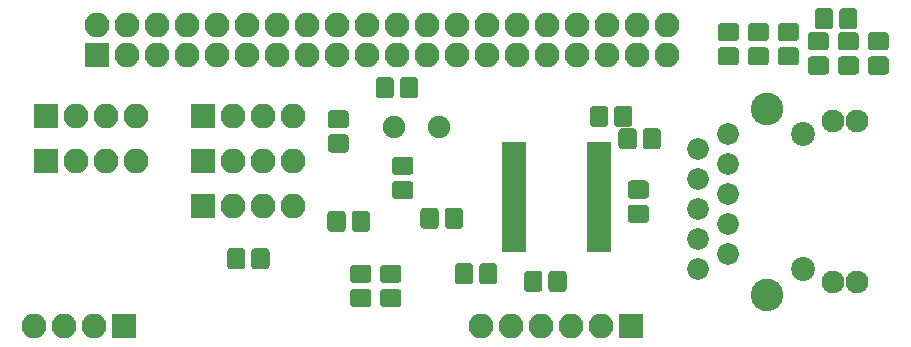
<source format=gbr>
G04 #@! TF.GenerationSoftware,KiCad,Pcbnew,(5.0.0-3-g5ebb6b6)*
G04 #@! TF.CreationDate,2020-01-23T02:23:46-08:00*
G04 #@! TF.ProjectId,Ethernet_Zero,45746865726E65745F5A65726F2E6B69,rev?*
G04 #@! TF.SameCoordinates,Original*
G04 #@! TF.FileFunction,Soldermask,Top*
G04 #@! TF.FilePolarity,Negative*
%FSLAX46Y46*%
G04 Gerber Fmt 4.6, Leading zero omitted, Abs format (unit mm)*
G04 Created by KiCad (PCBNEW (5.0.0-3-g5ebb6b6)) date Thursday, 23 January 2020 at 02:23:46*
%MOMM*%
%LPD*%
G01*
G04 APERTURE LIST*
%ADD10C,0.100000*%
%ADD11C,1.550000*%
%ADD12R,2.100000X2.100000*%
%ADD13O,2.100000X2.100000*%
%ADD14C,1.900000*%
%ADD15C,1.846000*%
%ADD16C,1.930000*%
%ADD17C,2.755000*%
%ADD18C,2.025000*%
%ADD19R,2.150000X0.850000*%
G04 APERTURE END LIST*
D10*
G04 #@! TO.C,R9*
G36*
X153830071Y-56914623D02*
X153862781Y-56919475D01*
X153894857Y-56927509D01*
X153925991Y-56938649D01*
X153955884Y-56952787D01*
X153984247Y-56969787D01*
X154010807Y-56989485D01*
X154035308Y-57011692D01*
X154057515Y-57036193D01*
X154077213Y-57062753D01*
X154094213Y-57091116D01*
X154108351Y-57121009D01*
X154119491Y-57152143D01*
X154127525Y-57184219D01*
X154132377Y-57216929D01*
X154134000Y-57249956D01*
X154134000Y-58376044D01*
X154132377Y-58409071D01*
X154127525Y-58441781D01*
X154119491Y-58473857D01*
X154108351Y-58504991D01*
X154094213Y-58534884D01*
X154077213Y-58563247D01*
X154057515Y-58589807D01*
X154035308Y-58614308D01*
X154010807Y-58636515D01*
X153984247Y-58656213D01*
X153955884Y-58673213D01*
X153925991Y-58687351D01*
X153894857Y-58698491D01*
X153862781Y-58706525D01*
X153830071Y-58711377D01*
X153797044Y-58713000D01*
X152920956Y-58713000D01*
X152887929Y-58711377D01*
X152855219Y-58706525D01*
X152823143Y-58698491D01*
X152792009Y-58687351D01*
X152762116Y-58673213D01*
X152733753Y-58656213D01*
X152707193Y-58636515D01*
X152682692Y-58614308D01*
X152660485Y-58589807D01*
X152640787Y-58563247D01*
X152623787Y-58534884D01*
X152609649Y-58504991D01*
X152598509Y-58473857D01*
X152590475Y-58441781D01*
X152585623Y-58409071D01*
X152584000Y-58376044D01*
X152584000Y-57249956D01*
X152585623Y-57216929D01*
X152590475Y-57184219D01*
X152598509Y-57152143D01*
X152609649Y-57121009D01*
X152623787Y-57091116D01*
X152640787Y-57062753D01*
X152660485Y-57036193D01*
X152682692Y-57011692D01*
X152707193Y-56989485D01*
X152733753Y-56969787D01*
X152762116Y-56952787D01*
X152792009Y-56938649D01*
X152823143Y-56927509D01*
X152855219Y-56919475D01*
X152887929Y-56914623D01*
X152920956Y-56913000D01*
X153797044Y-56913000D01*
X153830071Y-56914623D01*
X153830071Y-56914623D01*
G37*
D11*
X153359000Y-57813000D03*
D10*
G36*
X155880071Y-56914623D02*
X155912781Y-56919475D01*
X155944857Y-56927509D01*
X155975991Y-56938649D01*
X156005884Y-56952787D01*
X156034247Y-56969787D01*
X156060807Y-56989485D01*
X156085308Y-57011692D01*
X156107515Y-57036193D01*
X156127213Y-57062753D01*
X156144213Y-57091116D01*
X156158351Y-57121009D01*
X156169491Y-57152143D01*
X156177525Y-57184219D01*
X156182377Y-57216929D01*
X156184000Y-57249956D01*
X156184000Y-58376044D01*
X156182377Y-58409071D01*
X156177525Y-58441781D01*
X156169491Y-58473857D01*
X156158351Y-58504991D01*
X156144213Y-58534884D01*
X156127213Y-58563247D01*
X156107515Y-58589807D01*
X156085308Y-58614308D01*
X156060807Y-58636515D01*
X156034247Y-58656213D01*
X156005884Y-58673213D01*
X155975991Y-58687351D01*
X155944857Y-58698491D01*
X155912781Y-58706525D01*
X155880071Y-58711377D01*
X155847044Y-58713000D01*
X154970956Y-58713000D01*
X154937929Y-58711377D01*
X154905219Y-58706525D01*
X154873143Y-58698491D01*
X154842009Y-58687351D01*
X154812116Y-58673213D01*
X154783753Y-58656213D01*
X154757193Y-58636515D01*
X154732692Y-58614308D01*
X154710485Y-58589807D01*
X154690787Y-58563247D01*
X154673787Y-58534884D01*
X154659649Y-58504991D01*
X154648509Y-58473857D01*
X154640475Y-58441781D01*
X154635623Y-58409071D01*
X154634000Y-58376044D01*
X154634000Y-57249956D01*
X154635623Y-57216929D01*
X154640475Y-57184219D01*
X154648509Y-57152143D01*
X154659649Y-57121009D01*
X154673787Y-57091116D01*
X154690787Y-57062753D01*
X154710485Y-57036193D01*
X154732692Y-57011692D01*
X154757193Y-56989485D01*
X154783753Y-56969787D01*
X154812116Y-56952787D01*
X154842009Y-56938649D01*
X154873143Y-56927509D01*
X154905219Y-56919475D01*
X154937929Y-56914623D01*
X154970956Y-56913000D01*
X155847044Y-56913000D01*
X155880071Y-56914623D01*
X155880071Y-56914623D01*
G37*
D11*
X155409000Y-57813000D03*
G04 #@! TD*
D12*
G04 #@! TO.C,J9*
X150574000Y-49558000D03*
D13*
X153114000Y-49558000D03*
X155654000Y-49558000D03*
X158194000Y-49558000D03*
G04 #@! TD*
G04 #@! TO.C,J8*
X158194000Y-53368000D03*
X155654000Y-53368000D03*
X153114000Y-53368000D03*
D12*
X150574000Y-53368000D03*
G04 #@! TD*
G04 #@! TO.C,J7*
X137239000Y-49558000D03*
D13*
X139779000Y-49558000D03*
X142319000Y-49558000D03*
X144859000Y-49558000D03*
G04 #@! TD*
D12*
G04 #@! TO.C,J1*
X141564000Y-40588000D03*
D13*
X141564000Y-38048000D03*
X144104000Y-40588000D03*
X144104000Y-38048000D03*
X146644000Y-40588000D03*
X146644000Y-38048000D03*
X149184000Y-40588000D03*
X149184000Y-38048000D03*
X151724000Y-40588000D03*
X151724000Y-38048000D03*
X154264000Y-40588000D03*
X154264000Y-38048000D03*
X156804000Y-40588000D03*
X156804000Y-38048000D03*
X159344000Y-40588000D03*
X159344000Y-38048000D03*
X161884000Y-40588000D03*
X161884000Y-38048000D03*
X164424000Y-40588000D03*
X164424000Y-38048000D03*
X166964000Y-40588000D03*
X166964000Y-38048000D03*
X169504000Y-40588000D03*
X169504000Y-38048000D03*
X172044000Y-40588000D03*
X172044000Y-38048000D03*
X174584000Y-40588000D03*
X174584000Y-38048000D03*
X177124000Y-40588000D03*
X177124000Y-38048000D03*
X179664000Y-40588000D03*
X179664000Y-38048000D03*
X182204000Y-40588000D03*
X182204000Y-38048000D03*
X184744000Y-40588000D03*
X184744000Y-38048000D03*
X187284000Y-40588000D03*
X187284000Y-38048000D03*
X189824000Y-40588000D03*
X189824000Y-38048000D03*
G04 #@! TD*
D14*
G04 #@! TO.C,Y1*
X170513000Y-46637000D03*
X166713000Y-46637000D03*
G04 #@! TD*
D15*
G04 #@! TO.C,J5*
X195024000Y-47272000D03*
X192484000Y-48542000D03*
X195024000Y-49812000D03*
X192484000Y-51082000D03*
X195024000Y-52352000D03*
X192484000Y-53622000D03*
X195024000Y-54892000D03*
X192484000Y-56162000D03*
X195024000Y-57432000D03*
X192484000Y-58702000D03*
D16*
X203924000Y-59787000D03*
X205954000Y-59787000D03*
X203924000Y-46187000D03*
X205954000Y-46187000D03*
D17*
X198324000Y-60862000D03*
X198324000Y-45112000D03*
D18*
X201374000Y-58702000D03*
X201374000Y-47272000D03*
G04 #@! TD*
D19*
G04 #@! TO.C,U1*
X184102000Y-56827000D03*
X184102000Y-56177000D03*
X184102000Y-55527000D03*
X184102000Y-54877000D03*
X184102000Y-54227000D03*
X184102000Y-53577000D03*
X184102000Y-52927000D03*
X184102000Y-52277000D03*
X184102000Y-51627000D03*
X184102000Y-50977000D03*
X184102000Y-50327000D03*
X184102000Y-49677000D03*
X184102000Y-49027000D03*
X184102000Y-48377000D03*
X176902000Y-48377000D03*
X176902000Y-49027000D03*
X176902000Y-49677000D03*
X176902000Y-50327000D03*
X176902000Y-50977000D03*
X176902000Y-51627000D03*
X176902000Y-52277000D03*
X176902000Y-52927000D03*
X176902000Y-53577000D03*
X176902000Y-54227000D03*
X176902000Y-54877000D03*
X176902000Y-55527000D03*
X176902000Y-56177000D03*
X176902000Y-56827000D03*
G04 #@! TD*
D10*
G04 #@! TO.C,L1*
G36*
X203605071Y-36594623D02*
X203637781Y-36599475D01*
X203669857Y-36607509D01*
X203700991Y-36618649D01*
X203730884Y-36632787D01*
X203759247Y-36649787D01*
X203785807Y-36669485D01*
X203810308Y-36691692D01*
X203832515Y-36716193D01*
X203852213Y-36742753D01*
X203869213Y-36771116D01*
X203883351Y-36801009D01*
X203894491Y-36832143D01*
X203902525Y-36864219D01*
X203907377Y-36896929D01*
X203909000Y-36929956D01*
X203909000Y-38056044D01*
X203907377Y-38089071D01*
X203902525Y-38121781D01*
X203894491Y-38153857D01*
X203883351Y-38184991D01*
X203869213Y-38214884D01*
X203852213Y-38243247D01*
X203832515Y-38269807D01*
X203810308Y-38294308D01*
X203785807Y-38316515D01*
X203759247Y-38336213D01*
X203730884Y-38353213D01*
X203700991Y-38367351D01*
X203669857Y-38378491D01*
X203637781Y-38386525D01*
X203605071Y-38391377D01*
X203572044Y-38393000D01*
X202695956Y-38393000D01*
X202662929Y-38391377D01*
X202630219Y-38386525D01*
X202598143Y-38378491D01*
X202567009Y-38367351D01*
X202537116Y-38353213D01*
X202508753Y-38336213D01*
X202482193Y-38316515D01*
X202457692Y-38294308D01*
X202435485Y-38269807D01*
X202415787Y-38243247D01*
X202398787Y-38214884D01*
X202384649Y-38184991D01*
X202373509Y-38153857D01*
X202365475Y-38121781D01*
X202360623Y-38089071D01*
X202359000Y-38056044D01*
X202359000Y-36929956D01*
X202360623Y-36896929D01*
X202365475Y-36864219D01*
X202373509Y-36832143D01*
X202384649Y-36801009D01*
X202398787Y-36771116D01*
X202415787Y-36742753D01*
X202435485Y-36716193D01*
X202457692Y-36691692D01*
X202482193Y-36669485D01*
X202508753Y-36649787D01*
X202537116Y-36632787D01*
X202567009Y-36618649D01*
X202598143Y-36607509D01*
X202630219Y-36599475D01*
X202662929Y-36594623D01*
X202695956Y-36593000D01*
X203572044Y-36593000D01*
X203605071Y-36594623D01*
X203605071Y-36594623D01*
G37*
D11*
X203134000Y-37493000D03*
D10*
G36*
X205655071Y-36594623D02*
X205687781Y-36599475D01*
X205719857Y-36607509D01*
X205750991Y-36618649D01*
X205780884Y-36632787D01*
X205809247Y-36649787D01*
X205835807Y-36669485D01*
X205860308Y-36691692D01*
X205882515Y-36716193D01*
X205902213Y-36742753D01*
X205919213Y-36771116D01*
X205933351Y-36801009D01*
X205944491Y-36832143D01*
X205952525Y-36864219D01*
X205957377Y-36896929D01*
X205959000Y-36929956D01*
X205959000Y-38056044D01*
X205957377Y-38089071D01*
X205952525Y-38121781D01*
X205944491Y-38153857D01*
X205933351Y-38184991D01*
X205919213Y-38214884D01*
X205902213Y-38243247D01*
X205882515Y-38269807D01*
X205860308Y-38294308D01*
X205835807Y-38316515D01*
X205809247Y-38336213D01*
X205780884Y-38353213D01*
X205750991Y-38367351D01*
X205719857Y-38378491D01*
X205687781Y-38386525D01*
X205655071Y-38391377D01*
X205622044Y-38393000D01*
X204745956Y-38393000D01*
X204712929Y-38391377D01*
X204680219Y-38386525D01*
X204648143Y-38378491D01*
X204617009Y-38367351D01*
X204587116Y-38353213D01*
X204558753Y-38336213D01*
X204532193Y-38316515D01*
X204507692Y-38294308D01*
X204485485Y-38269807D01*
X204465787Y-38243247D01*
X204448787Y-38214884D01*
X204434649Y-38184991D01*
X204423509Y-38153857D01*
X204415475Y-38121781D01*
X204410623Y-38089071D01*
X204409000Y-38056044D01*
X204409000Y-36929956D01*
X204410623Y-36896929D01*
X204415475Y-36864219D01*
X204423509Y-36832143D01*
X204434649Y-36801009D01*
X204448787Y-36771116D01*
X204465787Y-36742753D01*
X204485485Y-36716193D01*
X204507692Y-36691692D01*
X204532193Y-36669485D01*
X204558753Y-36649787D01*
X204587116Y-36632787D01*
X204617009Y-36618649D01*
X204648143Y-36607509D01*
X204680219Y-36599475D01*
X204712929Y-36594623D01*
X204745956Y-36593000D01*
X205622044Y-36593000D01*
X205655071Y-36594623D01*
X205655071Y-36594623D01*
G37*
D11*
X205184000Y-37493000D03*
G04 #@! TD*
D10*
G04 #@! TO.C,R5*
G36*
X198160071Y-37844623D02*
X198192781Y-37849475D01*
X198224857Y-37857509D01*
X198255991Y-37868649D01*
X198285884Y-37882787D01*
X198314247Y-37899787D01*
X198340807Y-37919485D01*
X198365308Y-37941692D01*
X198387515Y-37966193D01*
X198407213Y-37992753D01*
X198424213Y-38021116D01*
X198438351Y-38051009D01*
X198449491Y-38082143D01*
X198457525Y-38114219D01*
X198462377Y-38146929D01*
X198464000Y-38179956D01*
X198464000Y-39056044D01*
X198462377Y-39089071D01*
X198457525Y-39121781D01*
X198449491Y-39153857D01*
X198438351Y-39184991D01*
X198424213Y-39214884D01*
X198407213Y-39243247D01*
X198387515Y-39269807D01*
X198365308Y-39294308D01*
X198340807Y-39316515D01*
X198314247Y-39336213D01*
X198285884Y-39353213D01*
X198255991Y-39367351D01*
X198224857Y-39378491D01*
X198192781Y-39386525D01*
X198160071Y-39391377D01*
X198127044Y-39393000D01*
X197000956Y-39393000D01*
X196967929Y-39391377D01*
X196935219Y-39386525D01*
X196903143Y-39378491D01*
X196872009Y-39367351D01*
X196842116Y-39353213D01*
X196813753Y-39336213D01*
X196787193Y-39316515D01*
X196762692Y-39294308D01*
X196740485Y-39269807D01*
X196720787Y-39243247D01*
X196703787Y-39214884D01*
X196689649Y-39184991D01*
X196678509Y-39153857D01*
X196670475Y-39121781D01*
X196665623Y-39089071D01*
X196664000Y-39056044D01*
X196664000Y-38179956D01*
X196665623Y-38146929D01*
X196670475Y-38114219D01*
X196678509Y-38082143D01*
X196689649Y-38051009D01*
X196703787Y-38021116D01*
X196720787Y-37992753D01*
X196740485Y-37966193D01*
X196762692Y-37941692D01*
X196787193Y-37919485D01*
X196813753Y-37899787D01*
X196842116Y-37882787D01*
X196872009Y-37868649D01*
X196903143Y-37857509D01*
X196935219Y-37849475D01*
X196967929Y-37844623D01*
X197000956Y-37843000D01*
X198127044Y-37843000D01*
X198160071Y-37844623D01*
X198160071Y-37844623D01*
G37*
D11*
X197564000Y-38618000D03*
D10*
G36*
X198160071Y-39894623D02*
X198192781Y-39899475D01*
X198224857Y-39907509D01*
X198255991Y-39918649D01*
X198285884Y-39932787D01*
X198314247Y-39949787D01*
X198340807Y-39969485D01*
X198365308Y-39991692D01*
X198387515Y-40016193D01*
X198407213Y-40042753D01*
X198424213Y-40071116D01*
X198438351Y-40101009D01*
X198449491Y-40132143D01*
X198457525Y-40164219D01*
X198462377Y-40196929D01*
X198464000Y-40229956D01*
X198464000Y-41106044D01*
X198462377Y-41139071D01*
X198457525Y-41171781D01*
X198449491Y-41203857D01*
X198438351Y-41234991D01*
X198424213Y-41264884D01*
X198407213Y-41293247D01*
X198387515Y-41319807D01*
X198365308Y-41344308D01*
X198340807Y-41366515D01*
X198314247Y-41386213D01*
X198285884Y-41403213D01*
X198255991Y-41417351D01*
X198224857Y-41428491D01*
X198192781Y-41436525D01*
X198160071Y-41441377D01*
X198127044Y-41443000D01*
X197000956Y-41443000D01*
X196967929Y-41441377D01*
X196935219Y-41436525D01*
X196903143Y-41428491D01*
X196872009Y-41417351D01*
X196842116Y-41403213D01*
X196813753Y-41386213D01*
X196787193Y-41366515D01*
X196762692Y-41344308D01*
X196740485Y-41319807D01*
X196720787Y-41293247D01*
X196703787Y-41264884D01*
X196689649Y-41234991D01*
X196678509Y-41203857D01*
X196670475Y-41171781D01*
X196665623Y-41139071D01*
X196664000Y-41106044D01*
X196664000Y-40229956D01*
X196665623Y-40196929D01*
X196670475Y-40164219D01*
X196678509Y-40132143D01*
X196689649Y-40101009D01*
X196703787Y-40071116D01*
X196720787Y-40042753D01*
X196740485Y-40016193D01*
X196762692Y-39991692D01*
X196787193Y-39969485D01*
X196813753Y-39949787D01*
X196842116Y-39932787D01*
X196872009Y-39918649D01*
X196903143Y-39907509D01*
X196935219Y-39899475D01*
X196967929Y-39894623D01*
X197000956Y-39893000D01*
X198127044Y-39893000D01*
X198160071Y-39894623D01*
X198160071Y-39894623D01*
G37*
D11*
X197564000Y-40668000D03*
G04 #@! TD*
D10*
G04 #@! TO.C,R6*
G36*
X200700071Y-39894623D02*
X200732781Y-39899475D01*
X200764857Y-39907509D01*
X200795991Y-39918649D01*
X200825884Y-39932787D01*
X200854247Y-39949787D01*
X200880807Y-39969485D01*
X200905308Y-39991692D01*
X200927515Y-40016193D01*
X200947213Y-40042753D01*
X200964213Y-40071116D01*
X200978351Y-40101009D01*
X200989491Y-40132143D01*
X200997525Y-40164219D01*
X201002377Y-40196929D01*
X201004000Y-40229956D01*
X201004000Y-41106044D01*
X201002377Y-41139071D01*
X200997525Y-41171781D01*
X200989491Y-41203857D01*
X200978351Y-41234991D01*
X200964213Y-41264884D01*
X200947213Y-41293247D01*
X200927515Y-41319807D01*
X200905308Y-41344308D01*
X200880807Y-41366515D01*
X200854247Y-41386213D01*
X200825884Y-41403213D01*
X200795991Y-41417351D01*
X200764857Y-41428491D01*
X200732781Y-41436525D01*
X200700071Y-41441377D01*
X200667044Y-41443000D01*
X199540956Y-41443000D01*
X199507929Y-41441377D01*
X199475219Y-41436525D01*
X199443143Y-41428491D01*
X199412009Y-41417351D01*
X199382116Y-41403213D01*
X199353753Y-41386213D01*
X199327193Y-41366515D01*
X199302692Y-41344308D01*
X199280485Y-41319807D01*
X199260787Y-41293247D01*
X199243787Y-41264884D01*
X199229649Y-41234991D01*
X199218509Y-41203857D01*
X199210475Y-41171781D01*
X199205623Y-41139071D01*
X199204000Y-41106044D01*
X199204000Y-40229956D01*
X199205623Y-40196929D01*
X199210475Y-40164219D01*
X199218509Y-40132143D01*
X199229649Y-40101009D01*
X199243787Y-40071116D01*
X199260787Y-40042753D01*
X199280485Y-40016193D01*
X199302692Y-39991692D01*
X199327193Y-39969485D01*
X199353753Y-39949787D01*
X199382116Y-39932787D01*
X199412009Y-39918649D01*
X199443143Y-39907509D01*
X199475219Y-39899475D01*
X199507929Y-39894623D01*
X199540956Y-39893000D01*
X200667044Y-39893000D01*
X200700071Y-39894623D01*
X200700071Y-39894623D01*
G37*
D11*
X200104000Y-40668000D03*
D10*
G36*
X200700071Y-37844623D02*
X200732781Y-37849475D01*
X200764857Y-37857509D01*
X200795991Y-37868649D01*
X200825884Y-37882787D01*
X200854247Y-37899787D01*
X200880807Y-37919485D01*
X200905308Y-37941692D01*
X200927515Y-37966193D01*
X200947213Y-37992753D01*
X200964213Y-38021116D01*
X200978351Y-38051009D01*
X200989491Y-38082143D01*
X200997525Y-38114219D01*
X201002377Y-38146929D01*
X201004000Y-38179956D01*
X201004000Y-39056044D01*
X201002377Y-39089071D01*
X200997525Y-39121781D01*
X200989491Y-39153857D01*
X200978351Y-39184991D01*
X200964213Y-39214884D01*
X200947213Y-39243247D01*
X200927515Y-39269807D01*
X200905308Y-39294308D01*
X200880807Y-39316515D01*
X200854247Y-39336213D01*
X200825884Y-39353213D01*
X200795991Y-39367351D01*
X200764857Y-39378491D01*
X200732781Y-39386525D01*
X200700071Y-39391377D01*
X200667044Y-39393000D01*
X199540956Y-39393000D01*
X199507929Y-39391377D01*
X199475219Y-39386525D01*
X199443143Y-39378491D01*
X199412009Y-39367351D01*
X199382116Y-39353213D01*
X199353753Y-39336213D01*
X199327193Y-39316515D01*
X199302692Y-39294308D01*
X199280485Y-39269807D01*
X199260787Y-39243247D01*
X199243787Y-39214884D01*
X199229649Y-39184991D01*
X199218509Y-39153857D01*
X199210475Y-39121781D01*
X199205623Y-39089071D01*
X199204000Y-39056044D01*
X199204000Y-38179956D01*
X199205623Y-38146929D01*
X199210475Y-38114219D01*
X199218509Y-38082143D01*
X199229649Y-38051009D01*
X199243787Y-38021116D01*
X199260787Y-37992753D01*
X199280485Y-37966193D01*
X199302692Y-37941692D01*
X199327193Y-37919485D01*
X199353753Y-37899787D01*
X199382116Y-37882787D01*
X199412009Y-37868649D01*
X199443143Y-37857509D01*
X199475219Y-37849475D01*
X199507929Y-37844623D01*
X199540956Y-37843000D01*
X200667044Y-37843000D01*
X200700071Y-37844623D01*
X200700071Y-37844623D01*
G37*
D11*
X200104000Y-38618000D03*
G04 #@! TD*
D10*
G04 #@! TO.C,R7*
G36*
X205780071Y-40674623D02*
X205812781Y-40679475D01*
X205844857Y-40687509D01*
X205875991Y-40698649D01*
X205905884Y-40712787D01*
X205934247Y-40729787D01*
X205960807Y-40749485D01*
X205985308Y-40771692D01*
X206007515Y-40796193D01*
X206027213Y-40822753D01*
X206044213Y-40851116D01*
X206058351Y-40881009D01*
X206069491Y-40912143D01*
X206077525Y-40944219D01*
X206082377Y-40976929D01*
X206084000Y-41009956D01*
X206084000Y-41886044D01*
X206082377Y-41919071D01*
X206077525Y-41951781D01*
X206069491Y-41983857D01*
X206058351Y-42014991D01*
X206044213Y-42044884D01*
X206027213Y-42073247D01*
X206007515Y-42099807D01*
X205985308Y-42124308D01*
X205960807Y-42146515D01*
X205934247Y-42166213D01*
X205905884Y-42183213D01*
X205875991Y-42197351D01*
X205844857Y-42208491D01*
X205812781Y-42216525D01*
X205780071Y-42221377D01*
X205747044Y-42223000D01*
X204620956Y-42223000D01*
X204587929Y-42221377D01*
X204555219Y-42216525D01*
X204523143Y-42208491D01*
X204492009Y-42197351D01*
X204462116Y-42183213D01*
X204433753Y-42166213D01*
X204407193Y-42146515D01*
X204382692Y-42124308D01*
X204360485Y-42099807D01*
X204340787Y-42073247D01*
X204323787Y-42044884D01*
X204309649Y-42014991D01*
X204298509Y-41983857D01*
X204290475Y-41951781D01*
X204285623Y-41919071D01*
X204284000Y-41886044D01*
X204284000Y-41009956D01*
X204285623Y-40976929D01*
X204290475Y-40944219D01*
X204298509Y-40912143D01*
X204309649Y-40881009D01*
X204323787Y-40851116D01*
X204340787Y-40822753D01*
X204360485Y-40796193D01*
X204382692Y-40771692D01*
X204407193Y-40749485D01*
X204433753Y-40729787D01*
X204462116Y-40712787D01*
X204492009Y-40698649D01*
X204523143Y-40687509D01*
X204555219Y-40679475D01*
X204587929Y-40674623D01*
X204620956Y-40673000D01*
X205747044Y-40673000D01*
X205780071Y-40674623D01*
X205780071Y-40674623D01*
G37*
D11*
X205184000Y-41448000D03*
D10*
G36*
X205780071Y-38624623D02*
X205812781Y-38629475D01*
X205844857Y-38637509D01*
X205875991Y-38648649D01*
X205905884Y-38662787D01*
X205934247Y-38679787D01*
X205960807Y-38699485D01*
X205985308Y-38721692D01*
X206007515Y-38746193D01*
X206027213Y-38772753D01*
X206044213Y-38801116D01*
X206058351Y-38831009D01*
X206069491Y-38862143D01*
X206077525Y-38894219D01*
X206082377Y-38926929D01*
X206084000Y-38959956D01*
X206084000Y-39836044D01*
X206082377Y-39869071D01*
X206077525Y-39901781D01*
X206069491Y-39933857D01*
X206058351Y-39964991D01*
X206044213Y-39994884D01*
X206027213Y-40023247D01*
X206007515Y-40049807D01*
X205985308Y-40074308D01*
X205960807Y-40096515D01*
X205934247Y-40116213D01*
X205905884Y-40133213D01*
X205875991Y-40147351D01*
X205844857Y-40158491D01*
X205812781Y-40166525D01*
X205780071Y-40171377D01*
X205747044Y-40173000D01*
X204620956Y-40173000D01*
X204587929Y-40171377D01*
X204555219Y-40166525D01*
X204523143Y-40158491D01*
X204492009Y-40147351D01*
X204462116Y-40133213D01*
X204433753Y-40116213D01*
X204407193Y-40096515D01*
X204382692Y-40074308D01*
X204360485Y-40049807D01*
X204340787Y-40023247D01*
X204323787Y-39994884D01*
X204309649Y-39964991D01*
X204298509Y-39933857D01*
X204290475Y-39901781D01*
X204285623Y-39869071D01*
X204284000Y-39836044D01*
X204284000Y-38959956D01*
X204285623Y-38926929D01*
X204290475Y-38894219D01*
X204298509Y-38862143D01*
X204309649Y-38831009D01*
X204323787Y-38801116D01*
X204340787Y-38772753D01*
X204360485Y-38746193D01*
X204382692Y-38721692D01*
X204407193Y-38699485D01*
X204433753Y-38679787D01*
X204462116Y-38662787D01*
X204492009Y-38648649D01*
X204523143Y-38637509D01*
X204555219Y-38629475D01*
X204587929Y-38624623D01*
X204620956Y-38623000D01*
X205747044Y-38623000D01*
X205780071Y-38624623D01*
X205780071Y-38624623D01*
G37*
D11*
X205184000Y-39398000D03*
G04 #@! TD*
D10*
G04 #@! TO.C,R8*
G36*
X203240071Y-38624623D02*
X203272781Y-38629475D01*
X203304857Y-38637509D01*
X203335991Y-38648649D01*
X203365884Y-38662787D01*
X203394247Y-38679787D01*
X203420807Y-38699485D01*
X203445308Y-38721692D01*
X203467515Y-38746193D01*
X203487213Y-38772753D01*
X203504213Y-38801116D01*
X203518351Y-38831009D01*
X203529491Y-38862143D01*
X203537525Y-38894219D01*
X203542377Y-38926929D01*
X203544000Y-38959956D01*
X203544000Y-39836044D01*
X203542377Y-39869071D01*
X203537525Y-39901781D01*
X203529491Y-39933857D01*
X203518351Y-39964991D01*
X203504213Y-39994884D01*
X203487213Y-40023247D01*
X203467515Y-40049807D01*
X203445308Y-40074308D01*
X203420807Y-40096515D01*
X203394247Y-40116213D01*
X203365884Y-40133213D01*
X203335991Y-40147351D01*
X203304857Y-40158491D01*
X203272781Y-40166525D01*
X203240071Y-40171377D01*
X203207044Y-40173000D01*
X202080956Y-40173000D01*
X202047929Y-40171377D01*
X202015219Y-40166525D01*
X201983143Y-40158491D01*
X201952009Y-40147351D01*
X201922116Y-40133213D01*
X201893753Y-40116213D01*
X201867193Y-40096515D01*
X201842692Y-40074308D01*
X201820485Y-40049807D01*
X201800787Y-40023247D01*
X201783787Y-39994884D01*
X201769649Y-39964991D01*
X201758509Y-39933857D01*
X201750475Y-39901781D01*
X201745623Y-39869071D01*
X201744000Y-39836044D01*
X201744000Y-38959956D01*
X201745623Y-38926929D01*
X201750475Y-38894219D01*
X201758509Y-38862143D01*
X201769649Y-38831009D01*
X201783787Y-38801116D01*
X201800787Y-38772753D01*
X201820485Y-38746193D01*
X201842692Y-38721692D01*
X201867193Y-38699485D01*
X201893753Y-38679787D01*
X201922116Y-38662787D01*
X201952009Y-38648649D01*
X201983143Y-38637509D01*
X202015219Y-38629475D01*
X202047929Y-38624623D01*
X202080956Y-38623000D01*
X203207044Y-38623000D01*
X203240071Y-38624623D01*
X203240071Y-38624623D01*
G37*
D11*
X202644000Y-39398000D03*
D10*
G36*
X203240071Y-40674623D02*
X203272781Y-40679475D01*
X203304857Y-40687509D01*
X203335991Y-40698649D01*
X203365884Y-40712787D01*
X203394247Y-40729787D01*
X203420807Y-40749485D01*
X203445308Y-40771692D01*
X203467515Y-40796193D01*
X203487213Y-40822753D01*
X203504213Y-40851116D01*
X203518351Y-40881009D01*
X203529491Y-40912143D01*
X203537525Y-40944219D01*
X203542377Y-40976929D01*
X203544000Y-41009956D01*
X203544000Y-41886044D01*
X203542377Y-41919071D01*
X203537525Y-41951781D01*
X203529491Y-41983857D01*
X203518351Y-42014991D01*
X203504213Y-42044884D01*
X203487213Y-42073247D01*
X203467515Y-42099807D01*
X203445308Y-42124308D01*
X203420807Y-42146515D01*
X203394247Y-42166213D01*
X203365884Y-42183213D01*
X203335991Y-42197351D01*
X203304857Y-42208491D01*
X203272781Y-42216525D01*
X203240071Y-42221377D01*
X203207044Y-42223000D01*
X202080956Y-42223000D01*
X202047929Y-42221377D01*
X202015219Y-42216525D01*
X201983143Y-42208491D01*
X201952009Y-42197351D01*
X201922116Y-42183213D01*
X201893753Y-42166213D01*
X201867193Y-42146515D01*
X201842692Y-42124308D01*
X201820485Y-42099807D01*
X201800787Y-42073247D01*
X201783787Y-42044884D01*
X201769649Y-42014991D01*
X201758509Y-41983857D01*
X201750475Y-41951781D01*
X201745623Y-41919071D01*
X201744000Y-41886044D01*
X201744000Y-41009956D01*
X201745623Y-40976929D01*
X201750475Y-40944219D01*
X201758509Y-40912143D01*
X201769649Y-40881009D01*
X201783787Y-40851116D01*
X201800787Y-40822753D01*
X201820485Y-40796193D01*
X201842692Y-40771692D01*
X201867193Y-40749485D01*
X201893753Y-40729787D01*
X201922116Y-40712787D01*
X201952009Y-40698649D01*
X201983143Y-40687509D01*
X202015219Y-40679475D01*
X202047929Y-40674623D01*
X202080956Y-40673000D01*
X203207044Y-40673000D01*
X203240071Y-40674623D01*
X203240071Y-40674623D01*
G37*
D11*
X202644000Y-41448000D03*
G04 #@! TD*
D10*
G04 #@! TO.C,C1*
G36*
X175175071Y-58184623D02*
X175207781Y-58189475D01*
X175239857Y-58197509D01*
X175270991Y-58208649D01*
X175300884Y-58222787D01*
X175329247Y-58239787D01*
X175355807Y-58259485D01*
X175380308Y-58281692D01*
X175402515Y-58306193D01*
X175422213Y-58332753D01*
X175439213Y-58361116D01*
X175453351Y-58391009D01*
X175464491Y-58422143D01*
X175472525Y-58454219D01*
X175477377Y-58486929D01*
X175479000Y-58519956D01*
X175479000Y-59646044D01*
X175477377Y-59679071D01*
X175472525Y-59711781D01*
X175464491Y-59743857D01*
X175453351Y-59774991D01*
X175439213Y-59804884D01*
X175422213Y-59833247D01*
X175402515Y-59859807D01*
X175380308Y-59884308D01*
X175355807Y-59906515D01*
X175329247Y-59926213D01*
X175300884Y-59943213D01*
X175270991Y-59957351D01*
X175239857Y-59968491D01*
X175207781Y-59976525D01*
X175175071Y-59981377D01*
X175142044Y-59983000D01*
X174265956Y-59983000D01*
X174232929Y-59981377D01*
X174200219Y-59976525D01*
X174168143Y-59968491D01*
X174137009Y-59957351D01*
X174107116Y-59943213D01*
X174078753Y-59926213D01*
X174052193Y-59906515D01*
X174027692Y-59884308D01*
X174005485Y-59859807D01*
X173985787Y-59833247D01*
X173968787Y-59804884D01*
X173954649Y-59774991D01*
X173943509Y-59743857D01*
X173935475Y-59711781D01*
X173930623Y-59679071D01*
X173929000Y-59646044D01*
X173929000Y-58519956D01*
X173930623Y-58486929D01*
X173935475Y-58454219D01*
X173943509Y-58422143D01*
X173954649Y-58391009D01*
X173968787Y-58361116D01*
X173985787Y-58332753D01*
X174005485Y-58306193D01*
X174027692Y-58281692D01*
X174052193Y-58259485D01*
X174078753Y-58239787D01*
X174107116Y-58222787D01*
X174137009Y-58208649D01*
X174168143Y-58197509D01*
X174200219Y-58189475D01*
X174232929Y-58184623D01*
X174265956Y-58183000D01*
X175142044Y-58183000D01*
X175175071Y-58184623D01*
X175175071Y-58184623D01*
G37*
D11*
X174704000Y-59083000D03*
D10*
G36*
X173125071Y-58184623D02*
X173157781Y-58189475D01*
X173189857Y-58197509D01*
X173220991Y-58208649D01*
X173250884Y-58222787D01*
X173279247Y-58239787D01*
X173305807Y-58259485D01*
X173330308Y-58281692D01*
X173352515Y-58306193D01*
X173372213Y-58332753D01*
X173389213Y-58361116D01*
X173403351Y-58391009D01*
X173414491Y-58422143D01*
X173422525Y-58454219D01*
X173427377Y-58486929D01*
X173429000Y-58519956D01*
X173429000Y-59646044D01*
X173427377Y-59679071D01*
X173422525Y-59711781D01*
X173414491Y-59743857D01*
X173403351Y-59774991D01*
X173389213Y-59804884D01*
X173372213Y-59833247D01*
X173352515Y-59859807D01*
X173330308Y-59884308D01*
X173305807Y-59906515D01*
X173279247Y-59926213D01*
X173250884Y-59943213D01*
X173220991Y-59957351D01*
X173189857Y-59968491D01*
X173157781Y-59976525D01*
X173125071Y-59981377D01*
X173092044Y-59983000D01*
X172215956Y-59983000D01*
X172182929Y-59981377D01*
X172150219Y-59976525D01*
X172118143Y-59968491D01*
X172087009Y-59957351D01*
X172057116Y-59943213D01*
X172028753Y-59926213D01*
X172002193Y-59906515D01*
X171977692Y-59884308D01*
X171955485Y-59859807D01*
X171935787Y-59833247D01*
X171918787Y-59804884D01*
X171904649Y-59774991D01*
X171893509Y-59743857D01*
X171885475Y-59711781D01*
X171880623Y-59679071D01*
X171879000Y-59646044D01*
X171879000Y-58519956D01*
X171880623Y-58486929D01*
X171885475Y-58454219D01*
X171893509Y-58422143D01*
X171904649Y-58391009D01*
X171918787Y-58361116D01*
X171935787Y-58332753D01*
X171955485Y-58306193D01*
X171977692Y-58281692D01*
X172002193Y-58259485D01*
X172028753Y-58239787D01*
X172057116Y-58222787D01*
X172087009Y-58208649D01*
X172118143Y-58197509D01*
X172150219Y-58189475D01*
X172182929Y-58184623D01*
X172215956Y-58183000D01*
X173092044Y-58183000D01*
X173125071Y-58184623D01*
X173125071Y-58184623D01*
G37*
D11*
X172654000Y-59083000D03*
G04 #@! TD*
D10*
G04 #@! TO.C,C2*
G36*
X168462071Y-42436623D02*
X168494781Y-42441475D01*
X168526857Y-42449509D01*
X168557991Y-42460649D01*
X168587884Y-42474787D01*
X168616247Y-42491787D01*
X168642807Y-42511485D01*
X168667308Y-42533692D01*
X168689515Y-42558193D01*
X168709213Y-42584753D01*
X168726213Y-42613116D01*
X168740351Y-42643009D01*
X168751491Y-42674143D01*
X168759525Y-42706219D01*
X168764377Y-42738929D01*
X168766000Y-42771956D01*
X168766000Y-43898044D01*
X168764377Y-43931071D01*
X168759525Y-43963781D01*
X168751491Y-43995857D01*
X168740351Y-44026991D01*
X168726213Y-44056884D01*
X168709213Y-44085247D01*
X168689515Y-44111807D01*
X168667308Y-44136308D01*
X168642807Y-44158515D01*
X168616247Y-44178213D01*
X168587884Y-44195213D01*
X168557991Y-44209351D01*
X168526857Y-44220491D01*
X168494781Y-44228525D01*
X168462071Y-44233377D01*
X168429044Y-44235000D01*
X167552956Y-44235000D01*
X167519929Y-44233377D01*
X167487219Y-44228525D01*
X167455143Y-44220491D01*
X167424009Y-44209351D01*
X167394116Y-44195213D01*
X167365753Y-44178213D01*
X167339193Y-44158515D01*
X167314692Y-44136308D01*
X167292485Y-44111807D01*
X167272787Y-44085247D01*
X167255787Y-44056884D01*
X167241649Y-44026991D01*
X167230509Y-43995857D01*
X167222475Y-43963781D01*
X167217623Y-43931071D01*
X167216000Y-43898044D01*
X167216000Y-42771956D01*
X167217623Y-42738929D01*
X167222475Y-42706219D01*
X167230509Y-42674143D01*
X167241649Y-42643009D01*
X167255787Y-42613116D01*
X167272787Y-42584753D01*
X167292485Y-42558193D01*
X167314692Y-42533692D01*
X167339193Y-42511485D01*
X167365753Y-42491787D01*
X167394116Y-42474787D01*
X167424009Y-42460649D01*
X167455143Y-42449509D01*
X167487219Y-42441475D01*
X167519929Y-42436623D01*
X167552956Y-42435000D01*
X168429044Y-42435000D01*
X168462071Y-42436623D01*
X168462071Y-42436623D01*
G37*
D11*
X167991000Y-43335000D03*
D10*
G36*
X166412071Y-42436623D02*
X166444781Y-42441475D01*
X166476857Y-42449509D01*
X166507991Y-42460649D01*
X166537884Y-42474787D01*
X166566247Y-42491787D01*
X166592807Y-42511485D01*
X166617308Y-42533692D01*
X166639515Y-42558193D01*
X166659213Y-42584753D01*
X166676213Y-42613116D01*
X166690351Y-42643009D01*
X166701491Y-42674143D01*
X166709525Y-42706219D01*
X166714377Y-42738929D01*
X166716000Y-42771956D01*
X166716000Y-43898044D01*
X166714377Y-43931071D01*
X166709525Y-43963781D01*
X166701491Y-43995857D01*
X166690351Y-44026991D01*
X166676213Y-44056884D01*
X166659213Y-44085247D01*
X166639515Y-44111807D01*
X166617308Y-44136308D01*
X166592807Y-44158515D01*
X166566247Y-44178213D01*
X166537884Y-44195213D01*
X166507991Y-44209351D01*
X166476857Y-44220491D01*
X166444781Y-44228525D01*
X166412071Y-44233377D01*
X166379044Y-44235000D01*
X165502956Y-44235000D01*
X165469929Y-44233377D01*
X165437219Y-44228525D01*
X165405143Y-44220491D01*
X165374009Y-44209351D01*
X165344116Y-44195213D01*
X165315753Y-44178213D01*
X165289193Y-44158515D01*
X165264692Y-44136308D01*
X165242485Y-44111807D01*
X165222787Y-44085247D01*
X165205787Y-44056884D01*
X165191649Y-44026991D01*
X165180509Y-43995857D01*
X165172475Y-43963781D01*
X165167623Y-43931071D01*
X165166000Y-43898044D01*
X165166000Y-42771956D01*
X165167623Y-42738929D01*
X165172475Y-42706219D01*
X165180509Y-42674143D01*
X165191649Y-42643009D01*
X165205787Y-42613116D01*
X165222787Y-42584753D01*
X165242485Y-42558193D01*
X165264692Y-42533692D01*
X165289193Y-42511485D01*
X165315753Y-42491787D01*
X165344116Y-42474787D01*
X165374009Y-42460649D01*
X165405143Y-42449509D01*
X165437219Y-42441475D01*
X165469929Y-42436623D01*
X165502956Y-42435000D01*
X166379044Y-42435000D01*
X166412071Y-42436623D01*
X166412071Y-42436623D01*
G37*
D11*
X165941000Y-43335000D03*
G04 #@! TD*
D10*
G04 #@! TO.C,C3*
G36*
X168061071Y-51215623D02*
X168093781Y-51220475D01*
X168125857Y-51228509D01*
X168156991Y-51239649D01*
X168186884Y-51253787D01*
X168215247Y-51270787D01*
X168241807Y-51290485D01*
X168266308Y-51312692D01*
X168288515Y-51337193D01*
X168308213Y-51363753D01*
X168325213Y-51392116D01*
X168339351Y-51422009D01*
X168350491Y-51453143D01*
X168358525Y-51485219D01*
X168363377Y-51517929D01*
X168365000Y-51550956D01*
X168365000Y-52427044D01*
X168363377Y-52460071D01*
X168358525Y-52492781D01*
X168350491Y-52524857D01*
X168339351Y-52555991D01*
X168325213Y-52585884D01*
X168308213Y-52614247D01*
X168288515Y-52640807D01*
X168266308Y-52665308D01*
X168241807Y-52687515D01*
X168215247Y-52707213D01*
X168186884Y-52724213D01*
X168156991Y-52738351D01*
X168125857Y-52749491D01*
X168093781Y-52757525D01*
X168061071Y-52762377D01*
X168028044Y-52764000D01*
X166901956Y-52764000D01*
X166868929Y-52762377D01*
X166836219Y-52757525D01*
X166804143Y-52749491D01*
X166773009Y-52738351D01*
X166743116Y-52724213D01*
X166714753Y-52707213D01*
X166688193Y-52687515D01*
X166663692Y-52665308D01*
X166641485Y-52640807D01*
X166621787Y-52614247D01*
X166604787Y-52585884D01*
X166590649Y-52555991D01*
X166579509Y-52524857D01*
X166571475Y-52492781D01*
X166566623Y-52460071D01*
X166565000Y-52427044D01*
X166565000Y-51550956D01*
X166566623Y-51517929D01*
X166571475Y-51485219D01*
X166579509Y-51453143D01*
X166590649Y-51422009D01*
X166604787Y-51392116D01*
X166621787Y-51363753D01*
X166641485Y-51337193D01*
X166663692Y-51312692D01*
X166688193Y-51290485D01*
X166714753Y-51270787D01*
X166743116Y-51253787D01*
X166773009Y-51239649D01*
X166804143Y-51228509D01*
X166836219Y-51220475D01*
X166868929Y-51215623D01*
X166901956Y-51214000D01*
X168028044Y-51214000D01*
X168061071Y-51215623D01*
X168061071Y-51215623D01*
G37*
D11*
X167465000Y-51989000D03*
D10*
G36*
X168061071Y-49165623D02*
X168093781Y-49170475D01*
X168125857Y-49178509D01*
X168156991Y-49189649D01*
X168186884Y-49203787D01*
X168215247Y-49220787D01*
X168241807Y-49240485D01*
X168266308Y-49262692D01*
X168288515Y-49287193D01*
X168308213Y-49313753D01*
X168325213Y-49342116D01*
X168339351Y-49372009D01*
X168350491Y-49403143D01*
X168358525Y-49435219D01*
X168363377Y-49467929D01*
X168365000Y-49500956D01*
X168365000Y-50377044D01*
X168363377Y-50410071D01*
X168358525Y-50442781D01*
X168350491Y-50474857D01*
X168339351Y-50505991D01*
X168325213Y-50535884D01*
X168308213Y-50564247D01*
X168288515Y-50590807D01*
X168266308Y-50615308D01*
X168241807Y-50637515D01*
X168215247Y-50657213D01*
X168186884Y-50674213D01*
X168156991Y-50688351D01*
X168125857Y-50699491D01*
X168093781Y-50707525D01*
X168061071Y-50712377D01*
X168028044Y-50714000D01*
X166901956Y-50714000D01*
X166868929Y-50712377D01*
X166836219Y-50707525D01*
X166804143Y-50699491D01*
X166773009Y-50688351D01*
X166743116Y-50674213D01*
X166714753Y-50657213D01*
X166688193Y-50637515D01*
X166663692Y-50615308D01*
X166641485Y-50590807D01*
X166621787Y-50564247D01*
X166604787Y-50535884D01*
X166590649Y-50505991D01*
X166579509Y-50474857D01*
X166571475Y-50442781D01*
X166566623Y-50410071D01*
X166565000Y-50377044D01*
X166565000Y-49500956D01*
X166566623Y-49467929D01*
X166571475Y-49435219D01*
X166579509Y-49403143D01*
X166590649Y-49372009D01*
X166604787Y-49342116D01*
X166621787Y-49313753D01*
X166641485Y-49287193D01*
X166663692Y-49262692D01*
X166688193Y-49240485D01*
X166714753Y-49220787D01*
X166743116Y-49203787D01*
X166773009Y-49189649D01*
X166804143Y-49178509D01*
X166836219Y-49170475D01*
X166868929Y-49165623D01*
X166901956Y-49164000D01*
X168028044Y-49164000D01*
X168061071Y-49165623D01*
X168061071Y-49165623D01*
G37*
D11*
X167465000Y-49939000D03*
G04 #@! TD*
D10*
G04 #@! TO.C,C5*
G36*
X181035071Y-58819623D02*
X181067781Y-58824475D01*
X181099857Y-58832509D01*
X181130991Y-58843649D01*
X181160884Y-58857787D01*
X181189247Y-58874787D01*
X181215807Y-58894485D01*
X181240308Y-58916692D01*
X181262515Y-58941193D01*
X181282213Y-58967753D01*
X181299213Y-58996116D01*
X181313351Y-59026009D01*
X181324491Y-59057143D01*
X181332525Y-59089219D01*
X181337377Y-59121929D01*
X181339000Y-59154956D01*
X181339000Y-60281044D01*
X181337377Y-60314071D01*
X181332525Y-60346781D01*
X181324491Y-60378857D01*
X181313351Y-60409991D01*
X181299213Y-60439884D01*
X181282213Y-60468247D01*
X181262515Y-60494807D01*
X181240308Y-60519308D01*
X181215807Y-60541515D01*
X181189247Y-60561213D01*
X181160884Y-60578213D01*
X181130991Y-60592351D01*
X181099857Y-60603491D01*
X181067781Y-60611525D01*
X181035071Y-60616377D01*
X181002044Y-60618000D01*
X180125956Y-60618000D01*
X180092929Y-60616377D01*
X180060219Y-60611525D01*
X180028143Y-60603491D01*
X179997009Y-60592351D01*
X179967116Y-60578213D01*
X179938753Y-60561213D01*
X179912193Y-60541515D01*
X179887692Y-60519308D01*
X179865485Y-60494807D01*
X179845787Y-60468247D01*
X179828787Y-60439884D01*
X179814649Y-60409991D01*
X179803509Y-60378857D01*
X179795475Y-60346781D01*
X179790623Y-60314071D01*
X179789000Y-60281044D01*
X179789000Y-59154956D01*
X179790623Y-59121929D01*
X179795475Y-59089219D01*
X179803509Y-59057143D01*
X179814649Y-59026009D01*
X179828787Y-58996116D01*
X179845787Y-58967753D01*
X179865485Y-58941193D01*
X179887692Y-58916692D01*
X179912193Y-58894485D01*
X179938753Y-58874787D01*
X179967116Y-58857787D01*
X179997009Y-58843649D01*
X180028143Y-58832509D01*
X180060219Y-58824475D01*
X180092929Y-58819623D01*
X180125956Y-58818000D01*
X181002044Y-58818000D01*
X181035071Y-58819623D01*
X181035071Y-58819623D01*
G37*
D11*
X180564000Y-59718000D03*
D10*
G36*
X178985071Y-58819623D02*
X179017781Y-58824475D01*
X179049857Y-58832509D01*
X179080991Y-58843649D01*
X179110884Y-58857787D01*
X179139247Y-58874787D01*
X179165807Y-58894485D01*
X179190308Y-58916692D01*
X179212515Y-58941193D01*
X179232213Y-58967753D01*
X179249213Y-58996116D01*
X179263351Y-59026009D01*
X179274491Y-59057143D01*
X179282525Y-59089219D01*
X179287377Y-59121929D01*
X179289000Y-59154956D01*
X179289000Y-60281044D01*
X179287377Y-60314071D01*
X179282525Y-60346781D01*
X179274491Y-60378857D01*
X179263351Y-60409991D01*
X179249213Y-60439884D01*
X179232213Y-60468247D01*
X179212515Y-60494807D01*
X179190308Y-60519308D01*
X179165807Y-60541515D01*
X179139247Y-60561213D01*
X179110884Y-60578213D01*
X179080991Y-60592351D01*
X179049857Y-60603491D01*
X179017781Y-60611525D01*
X178985071Y-60616377D01*
X178952044Y-60618000D01*
X178075956Y-60618000D01*
X178042929Y-60616377D01*
X178010219Y-60611525D01*
X177978143Y-60603491D01*
X177947009Y-60592351D01*
X177917116Y-60578213D01*
X177888753Y-60561213D01*
X177862193Y-60541515D01*
X177837692Y-60519308D01*
X177815485Y-60494807D01*
X177795787Y-60468247D01*
X177778787Y-60439884D01*
X177764649Y-60409991D01*
X177753509Y-60378857D01*
X177745475Y-60346781D01*
X177740623Y-60314071D01*
X177739000Y-60281044D01*
X177739000Y-59154956D01*
X177740623Y-59121929D01*
X177745475Y-59089219D01*
X177753509Y-59057143D01*
X177764649Y-59026009D01*
X177778787Y-58996116D01*
X177795787Y-58967753D01*
X177815485Y-58941193D01*
X177837692Y-58916692D01*
X177862193Y-58894485D01*
X177888753Y-58874787D01*
X177917116Y-58857787D01*
X177947009Y-58843649D01*
X177978143Y-58832509D01*
X178010219Y-58824475D01*
X178042929Y-58819623D01*
X178075956Y-58818000D01*
X178952044Y-58818000D01*
X178985071Y-58819623D01*
X178985071Y-58819623D01*
G37*
D11*
X178514000Y-59718000D03*
G04 #@! TD*
D10*
G04 #@! TO.C,C6*
G36*
X172254071Y-53485623D02*
X172286781Y-53490475D01*
X172318857Y-53498509D01*
X172349991Y-53509649D01*
X172379884Y-53523787D01*
X172408247Y-53540787D01*
X172434807Y-53560485D01*
X172459308Y-53582692D01*
X172481515Y-53607193D01*
X172501213Y-53633753D01*
X172518213Y-53662116D01*
X172532351Y-53692009D01*
X172543491Y-53723143D01*
X172551525Y-53755219D01*
X172556377Y-53787929D01*
X172558000Y-53820956D01*
X172558000Y-54947044D01*
X172556377Y-54980071D01*
X172551525Y-55012781D01*
X172543491Y-55044857D01*
X172532351Y-55075991D01*
X172518213Y-55105884D01*
X172501213Y-55134247D01*
X172481515Y-55160807D01*
X172459308Y-55185308D01*
X172434807Y-55207515D01*
X172408247Y-55227213D01*
X172379884Y-55244213D01*
X172349991Y-55258351D01*
X172318857Y-55269491D01*
X172286781Y-55277525D01*
X172254071Y-55282377D01*
X172221044Y-55284000D01*
X171344956Y-55284000D01*
X171311929Y-55282377D01*
X171279219Y-55277525D01*
X171247143Y-55269491D01*
X171216009Y-55258351D01*
X171186116Y-55244213D01*
X171157753Y-55227213D01*
X171131193Y-55207515D01*
X171106692Y-55185308D01*
X171084485Y-55160807D01*
X171064787Y-55134247D01*
X171047787Y-55105884D01*
X171033649Y-55075991D01*
X171022509Y-55044857D01*
X171014475Y-55012781D01*
X171009623Y-54980071D01*
X171008000Y-54947044D01*
X171008000Y-53820956D01*
X171009623Y-53787929D01*
X171014475Y-53755219D01*
X171022509Y-53723143D01*
X171033649Y-53692009D01*
X171047787Y-53662116D01*
X171064787Y-53633753D01*
X171084485Y-53607193D01*
X171106692Y-53582692D01*
X171131193Y-53560485D01*
X171157753Y-53540787D01*
X171186116Y-53523787D01*
X171216009Y-53509649D01*
X171247143Y-53498509D01*
X171279219Y-53490475D01*
X171311929Y-53485623D01*
X171344956Y-53484000D01*
X172221044Y-53484000D01*
X172254071Y-53485623D01*
X172254071Y-53485623D01*
G37*
D11*
X171783000Y-54384000D03*
D10*
G36*
X170204071Y-53485623D02*
X170236781Y-53490475D01*
X170268857Y-53498509D01*
X170299991Y-53509649D01*
X170329884Y-53523787D01*
X170358247Y-53540787D01*
X170384807Y-53560485D01*
X170409308Y-53582692D01*
X170431515Y-53607193D01*
X170451213Y-53633753D01*
X170468213Y-53662116D01*
X170482351Y-53692009D01*
X170493491Y-53723143D01*
X170501525Y-53755219D01*
X170506377Y-53787929D01*
X170508000Y-53820956D01*
X170508000Y-54947044D01*
X170506377Y-54980071D01*
X170501525Y-55012781D01*
X170493491Y-55044857D01*
X170482351Y-55075991D01*
X170468213Y-55105884D01*
X170451213Y-55134247D01*
X170431515Y-55160807D01*
X170409308Y-55185308D01*
X170384807Y-55207515D01*
X170358247Y-55227213D01*
X170329884Y-55244213D01*
X170299991Y-55258351D01*
X170268857Y-55269491D01*
X170236781Y-55277525D01*
X170204071Y-55282377D01*
X170171044Y-55284000D01*
X169294956Y-55284000D01*
X169261929Y-55282377D01*
X169229219Y-55277525D01*
X169197143Y-55269491D01*
X169166009Y-55258351D01*
X169136116Y-55244213D01*
X169107753Y-55227213D01*
X169081193Y-55207515D01*
X169056692Y-55185308D01*
X169034485Y-55160807D01*
X169014787Y-55134247D01*
X168997787Y-55105884D01*
X168983649Y-55075991D01*
X168972509Y-55044857D01*
X168964475Y-55012781D01*
X168959623Y-54980071D01*
X168958000Y-54947044D01*
X168958000Y-53820956D01*
X168959623Y-53787929D01*
X168964475Y-53755219D01*
X168972509Y-53723143D01*
X168983649Y-53692009D01*
X168997787Y-53662116D01*
X169014787Y-53633753D01*
X169034485Y-53607193D01*
X169056692Y-53582692D01*
X169081193Y-53560485D01*
X169107753Y-53540787D01*
X169136116Y-53523787D01*
X169166009Y-53509649D01*
X169197143Y-53498509D01*
X169229219Y-53490475D01*
X169261929Y-53485623D01*
X169294956Y-53484000D01*
X170171044Y-53484000D01*
X170204071Y-53485623D01*
X170204071Y-53485623D01*
G37*
D11*
X169733000Y-54384000D03*
G04 #@! TD*
D10*
G04 #@! TO.C,C7*
G36*
X162600071Y-47269623D02*
X162632781Y-47274475D01*
X162664857Y-47282509D01*
X162695991Y-47293649D01*
X162725884Y-47307787D01*
X162754247Y-47324787D01*
X162780807Y-47344485D01*
X162805308Y-47366692D01*
X162827515Y-47391193D01*
X162847213Y-47417753D01*
X162864213Y-47446116D01*
X162878351Y-47476009D01*
X162889491Y-47507143D01*
X162897525Y-47539219D01*
X162902377Y-47571929D01*
X162904000Y-47604956D01*
X162904000Y-48481044D01*
X162902377Y-48514071D01*
X162897525Y-48546781D01*
X162889491Y-48578857D01*
X162878351Y-48609991D01*
X162864213Y-48639884D01*
X162847213Y-48668247D01*
X162827515Y-48694807D01*
X162805308Y-48719308D01*
X162780807Y-48741515D01*
X162754247Y-48761213D01*
X162725884Y-48778213D01*
X162695991Y-48792351D01*
X162664857Y-48803491D01*
X162632781Y-48811525D01*
X162600071Y-48816377D01*
X162567044Y-48818000D01*
X161440956Y-48818000D01*
X161407929Y-48816377D01*
X161375219Y-48811525D01*
X161343143Y-48803491D01*
X161312009Y-48792351D01*
X161282116Y-48778213D01*
X161253753Y-48761213D01*
X161227193Y-48741515D01*
X161202692Y-48719308D01*
X161180485Y-48694807D01*
X161160787Y-48668247D01*
X161143787Y-48639884D01*
X161129649Y-48609991D01*
X161118509Y-48578857D01*
X161110475Y-48546781D01*
X161105623Y-48514071D01*
X161104000Y-48481044D01*
X161104000Y-47604956D01*
X161105623Y-47571929D01*
X161110475Y-47539219D01*
X161118509Y-47507143D01*
X161129649Y-47476009D01*
X161143787Y-47446116D01*
X161160787Y-47417753D01*
X161180485Y-47391193D01*
X161202692Y-47366692D01*
X161227193Y-47344485D01*
X161253753Y-47324787D01*
X161282116Y-47307787D01*
X161312009Y-47293649D01*
X161343143Y-47282509D01*
X161375219Y-47274475D01*
X161407929Y-47269623D01*
X161440956Y-47268000D01*
X162567044Y-47268000D01*
X162600071Y-47269623D01*
X162600071Y-47269623D01*
G37*
D11*
X162004000Y-48043000D03*
D10*
G36*
X162600071Y-45219623D02*
X162632781Y-45224475D01*
X162664857Y-45232509D01*
X162695991Y-45243649D01*
X162725884Y-45257787D01*
X162754247Y-45274787D01*
X162780807Y-45294485D01*
X162805308Y-45316692D01*
X162827515Y-45341193D01*
X162847213Y-45367753D01*
X162864213Y-45396116D01*
X162878351Y-45426009D01*
X162889491Y-45457143D01*
X162897525Y-45489219D01*
X162902377Y-45521929D01*
X162904000Y-45554956D01*
X162904000Y-46431044D01*
X162902377Y-46464071D01*
X162897525Y-46496781D01*
X162889491Y-46528857D01*
X162878351Y-46559991D01*
X162864213Y-46589884D01*
X162847213Y-46618247D01*
X162827515Y-46644807D01*
X162805308Y-46669308D01*
X162780807Y-46691515D01*
X162754247Y-46711213D01*
X162725884Y-46728213D01*
X162695991Y-46742351D01*
X162664857Y-46753491D01*
X162632781Y-46761525D01*
X162600071Y-46766377D01*
X162567044Y-46768000D01*
X161440956Y-46768000D01*
X161407929Y-46766377D01*
X161375219Y-46761525D01*
X161343143Y-46753491D01*
X161312009Y-46742351D01*
X161282116Y-46728213D01*
X161253753Y-46711213D01*
X161227193Y-46691515D01*
X161202692Y-46669308D01*
X161180485Y-46644807D01*
X161160787Y-46618247D01*
X161143787Y-46589884D01*
X161129649Y-46559991D01*
X161118509Y-46528857D01*
X161110475Y-46496781D01*
X161105623Y-46464071D01*
X161104000Y-46431044D01*
X161104000Y-45554956D01*
X161105623Y-45521929D01*
X161110475Y-45489219D01*
X161118509Y-45457143D01*
X161129649Y-45426009D01*
X161143787Y-45396116D01*
X161160787Y-45367753D01*
X161180485Y-45341193D01*
X161202692Y-45316692D01*
X161227193Y-45294485D01*
X161253753Y-45274787D01*
X161282116Y-45257787D01*
X161312009Y-45243649D01*
X161343143Y-45232509D01*
X161375219Y-45224475D01*
X161407929Y-45219623D01*
X161440956Y-45218000D01*
X162567044Y-45218000D01*
X162600071Y-45219623D01*
X162600071Y-45219623D01*
G37*
D11*
X162004000Y-45993000D03*
G04 #@! TD*
D10*
G04 #@! TO.C,C8*
G36*
X164380071Y-53739623D02*
X164412781Y-53744475D01*
X164444857Y-53752509D01*
X164475991Y-53763649D01*
X164505884Y-53777787D01*
X164534247Y-53794787D01*
X164560807Y-53814485D01*
X164585308Y-53836692D01*
X164607515Y-53861193D01*
X164627213Y-53887753D01*
X164644213Y-53916116D01*
X164658351Y-53946009D01*
X164669491Y-53977143D01*
X164677525Y-54009219D01*
X164682377Y-54041929D01*
X164684000Y-54074956D01*
X164684000Y-55201044D01*
X164682377Y-55234071D01*
X164677525Y-55266781D01*
X164669491Y-55298857D01*
X164658351Y-55329991D01*
X164644213Y-55359884D01*
X164627213Y-55388247D01*
X164607515Y-55414807D01*
X164585308Y-55439308D01*
X164560807Y-55461515D01*
X164534247Y-55481213D01*
X164505884Y-55498213D01*
X164475991Y-55512351D01*
X164444857Y-55523491D01*
X164412781Y-55531525D01*
X164380071Y-55536377D01*
X164347044Y-55538000D01*
X163470956Y-55538000D01*
X163437929Y-55536377D01*
X163405219Y-55531525D01*
X163373143Y-55523491D01*
X163342009Y-55512351D01*
X163312116Y-55498213D01*
X163283753Y-55481213D01*
X163257193Y-55461515D01*
X163232692Y-55439308D01*
X163210485Y-55414807D01*
X163190787Y-55388247D01*
X163173787Y-55359884D01*
X163159649Y-55329991D01*
X163148509Y-55298857D01*
X163140475Y-55266781D01*
X163135623Y-55234071D01*
X163134000Y-55201044D01*
X163134000Y-54074956D01*
X163135623Y-54041929D01*
X163140475Y-54009219D01*
X163148509Y-53977143D01*
X163159649Y-53946009D01*
X163173787Y-53916116D01*
X163190787Y-53887753D01*
X163210485Y-53861193D01*
X163232692Y-53836692D01*
X163257193Y-53814485D01*
X163283753Y-53794787D01*
X163312116Y-53777787D01*
X163342009Y-53763649D01*
X163373143Y-53752509D01*
X163405219Y-53744475D01*
X163437929Y-53739623D01*
X163470956Y-53738000D01*
X164347044Y-53738000D01*
X164380071Y-53739623D01*
X164380071Y-53739623D01*
G37*
D11*
X163909000Y-54638000D03*
D10*
G36*
X162330071Y-53739623D02*
X162362781Y-53744475D01*
X162394857Y-53752509D01*
X162425991Y-53763649D01*
X162455884Y-53777787D01*
X162484247Y-53794787D01*
X162510807Y-53814485D01*
X162535308Y-53836692D01*
X162557515Y-53861193D01*
X162577213Y-53887753D01*
X162594213Y-53916116D01*
X162608351Y-53946009D01*
X162619491Y-53977143D01*
X162627525Y-54009219D01*
X162632377Y-54041929D01*
X162634000Y-54074956D01*
X162634000Y-55201044D01*
X162632377Y-55234071D01*
X162627525Y-55266781D01*
X162619491Y-55298857D01*
X162608351Y-55329991D01*
X162594213Y-55359884D01*
X162577213Y-55388247D01*
X162557515Y-55414807D01*
X162535308Y-55439308D01*
X162510807Y-55461515D01*
X162484247Y-55481213D01*
X162455884Y-55498213D01*
X162425991Y-55512351D01*
X162394857Y-55523491D01*
X162362781Y-55531525D01*
X162330071Y-55536377D01*
X162297044Y-55538000D01*
X161420956Y-55538000D01*
X161387929Y-55536377D01*
X161355219Y-55531525D01*
X161323143Y-55523491D01*
X161292009Y-55512351D01*
X161262116Y-55498213D01*
X161233753Y-55481213D01*
X161207193Y-55461515D01*
X161182692Y-55439308D01*
X161160485Y-55414807D01*
X161140787Y-55388247D01*
X161123787Y-55359884D01*
X161109649Y-55329991D01*
X161098509Y-55298857D01*
X161090475Y-55266781D01*
X161085623Y-55234071D01*
X161084000Y-55201044D01*
X161084000Y-54074956D01*
X161085623Y-54041929D01*
X161090475Y-54009219D01*
X161098509Y-53977143D01*
X161109649Y-53946009D01*
X161123787Y-53916116D01*
X161140787Y-53887753D01*
X161160485Y-53861193D01*
X161182692Y-53836692D01*
X161207193Y-53814485D01*
X161233753Y-53794787D01*
X161262116Y-53777787D01*
X161292009Y-53763649D01*
X161323143Y-53752509D01*
X161355219Y-53744475D01*
X161387929Y-53739623D01*
X161420956Y-53738000D01*
X162297044Y-53738000D01*
X162330071Y-53739623D01*
X162330071Y-53739623D01*
G37*
D11*
X161859000Y-54638000D03*
G04 #@! TD*
D10*
G04 #@! TO.C,C9*
G36*
X195620071Y-39894623D02*
X195652781Y-39899475D01*
X195684857Y-39907509D01*
X195715991Y-39918649D01*
X195745884Y-39932787D01*
X195774247Y-39949787D01*
X195800807Y-39969485D01*
X195825308Y-39991692D01*
X195847515Y-40016193D01*
X195867213Y-40042753D01*
X195884213Y-40071116D01*
X195898351Y-40101009D01*
X195909491Y-40132143D01*
X195917525Y-40164219D01*
X195922377Y-40196929D01*
X195924000Y-40229956D01*
X195924000Y-41106044D01*
X195922377Y-41139071D01*
X195917525Y-41171781D01*
X195909491Y-41203857D01*
X195898351Y-41234991D01*
X195884213Y-41264884D01*
X195867213Y-41293247D01*
X195847515Y-41319807D01*
X195825308Y-41344308D01*
X195800807Y-41366515D01*
X195774247Y-41386213D01*
X195745884Y-41403213D01*
X195715991Y-41417351D01*
X195684857Y-41428491D01*
X195652781Y-41436525D01*
X195620071Y-41441377D01*
X195587044Y-41443000D01*
X194460956Y-41443000D01*
X194427929Y-41441377D01*
X194395219Y-41436525D01*
X194363143Y-41428491D01*
X194332009Y-41417351D01*
X194302116Y-41403213D01*
X194273753Y-41386213D01*
X194247193Y-41366515D01*
X194222692Y-41344308D01*
X194200485Y-41319807D01*
X194180787Y-41293247D01*
X194163787Y-41264884D01*
X194149649Y-41234991D01*
X194138509Y-41203857D01*
X194130475Y-41171781D01*
X194125623Y-41139071D01*
X194124000Y-41106044D01*
X194124000Y-40229956D01*
X194125623Y-40196929D01*
X194130475Y-40164219D01*
X194138509Y-40132143D01*
X194149649Y-40101009D01*
X194163787Y-40071116D01*
X194180787Y-40042753D01*
X194200485Y-40016193D01*
X194222692Y-39991692D01*
X194247193Y-39969485D01*
X194273753Y-39949787D01*
X194302116Y-39932787D01*
X194332009Y-39918649D01*
X194363143Y-39907509D01*
X194395219Y-39899475D01*
X194427929Y-39894623D01*
X194460956Y-39893000D01*
X195587044Y-39893000D01*
X195620071Y-39894623D01*
X195620071Y-39894623D01*
G37*
D11*
X195024000Y-40668000D03*
D10*
G36*
X195620071Y-37844623D02*
X195652781Y-37849475D01*
X195684857Y-37857509D01*
X195715991Y-37868649D01*
X195745884Y-37882787D01*
X195774247Y-37899787D01*
X195800807Y-37919485D01*
X195825308Y-37941692D01*
X195847515Y-37966193D01*
X195867213Y-37992753D01*
X195884213Y-38021116D01*
X195898351Y-38051009D01*
X195909491Y-38082143D01*
X195917525Y-38114219D01*
X195922377Y-38146929D01*
X195924000Y-38179956D01*
X195924000Y-39056044D01*
X195922377Y-39089071D01*
X195917525Y-39121781D01*
X195909491Y-39153857D01*
X195898351Y-39184991D01*
X195884213Y-39214884D01*
X195867213Y-39243247D01*
X195847515Y-39269807D01*
X195825308Y-39294308D01*
X195800807Y-39316515D01*
X195774247Y-39336213D01*
X195745884Y-39353213D01*
X195715991Y-39367351D01*
X195684857Y-39378491D01*
X195652781Y-39386525D01*
X195620071Y-39391377D01*
X195587044Y-39393000D01*
X194460956Y-39393000D01*
X194427929Y-39391377D01*
X194395219Y-39386525D01*
X194363143Y-39378491D01*
X194332009Y-39367351D01*
X194302116Y-39353213D01*
X194273753Y-39336213D01*
X194247193Y-39316515D01*
X194222692Y-39294308D01*
X194200485Y-39269807D01*
X194180787Y-39243247D01*
X194163787Y-39214884D01*
X194149649Y-39184991D01*
X194138509Y-39153857D01*
X194130475Y-39121781D01*
X194125623Y-39089071D01*
X194124000Y-39056044D01*
X194124000Y-38179956D01*
X194125623Y-38146929D01*
X194130475Y-38114219D01*
X194138509Y-38082143D01*
X194149649Y-38051009D01*
X194163787Y-38021116D01*
X194180787Y-37992753D01*
X194200485Y-37966193D01*
X194222692Y-37941692D01*
X194247193Y-37919485D01*
X194273753Y-37899787D01*
X194302116Y-37882787D01*
X194332009Y-37868649D01*
X194363143Y-37857509D01*
X194395219Y-37849475D01*
X194427929Y-37844623D01*
X194460956Y-37843000D01*
X195587044Y-37843000D01*
X195620071Y-37844623D01*
X195620071Y-37844623D01*
G37*
D11*
X195024000Y-38618000D03*
G04 #@! TD*
D10*
G04 #@! TO.C,C10*
G36*
X208320071Y-40674623D02*
X208352781Y-40679475D01*
X208384857Y-40687509D01*
X208415991Y-40698649D01*
X208445884Y-40712787D01*
X208474247Y-40729787D01*
X208500807Y-40749485D01*
X208525308Y-40771692D01*
X208547515Y-40796193D01*
X208567213Y-40822753D01*
X208584213Y-40851116D01*
X208598351Y-40881009D01*
X208609491Y-40912143D01*
X208617525Y-40944219D01*
X208622377Y-40976929D01*
X208624000Y-41009956D01*
X208624000Y-41886044D01*
X208622377Y-41919071D01*
X208617525Y-41951781D01*
X208609491Y-41983857D01*
X208598351Y-42014991D01*
X208584213Y-42044884D01*
X208567213Y-42073247D01*
X208547515Y-42099807D01*
X208525308Y-42124308D01*
X208500807Y-42146515D01*
X208474247Y-42166213D01*
X208445884Y-42183213D01*
X208415991Y-42197351D01*
X208384857Y-42208491D01*
X208352781Y-42216525D01*
X208320071Y-42221377D01*
X208287044Y-42223000D01*
X207160956Y-42223000D01*
X207127929Y-42221377D01*
X207095219Y-42216525D01*
X207063143Y-42208491D01*
X207032009Y-42197351D01*
X207002116Y-42183213D01*
X206973753Y-42166213D01*
X206947193Y-42146515D01*
X206922692Y-42124308D01*
X206900485Y-42099807D01*
X206880787Y-42073247D01*
X206863787Y-42044884D01*
X206849649Y-42014991D01*
X206838509Y-41983857D01*
X206830475Y-41951781D01*
X206825623Y-41919071D01*
X206824000Y-41886044D01*
X206824000Y-41009956D01*
X206825623Y-40976929D01*
X206830475Y-40944219D01*
X206838509Y-40912143D01*
X206849649Y-40881009D01*
X206863787Y-40851116D01*
X206880787Y-40822753D01*
X206900485Y-40796193D01*
X206922692Y-40771692D01*
X206947193Y-40749485D01*
X206973753Y-40729787D01*
X207002116Y-40712787D01*
X207032009Y-40698649D01*
X207063143Y-40687509D01*
X207095219Y-40679475D01*
X207127929Y-40674623D01*
X207160956Y-40673000D01*
X208287044Y-40673000D01*
X208320071Y-40674623D01*
X208320071Y-40674623D01*
G37*
D11*
X207724000Y-41448000D03*
D10*
G36*
X208320071Y-38624623D02*
X208352781Y-38629475D01*
X208384857Y-38637509D01*
X208415991Y-38648649D01*
X208445884Y-38662787D01*
X208474247Y-38679787D01*
X208500807Y-38699485D01*
X208525308Y-38721692D01*
X208547515Y-38746193D01*
X208567213Y-38772753D01*
X208584213Y-38801116D01*
X208598351Y-38831009D01*
X208609491Y-38862143D01*
X208617525Y-38894219D01*
X208622377Y-38926929D01*
X208624000Y-38959956D01*
X208624000Y-39836044D01*
X208622377Y-39869071D01*
X208617525Y-39901781D01*
X208609491Y-39933857D01*
X208598351Y-39964991D01*
X208584213Y-39994884D01*
X208567213Y-40023247D01*
X208547515Y-40049807D01*
X208525308Y-40074308D01*
X208500807Y-40096515D01*
X208474247Y-40116213D01*
X208445884Y-40133213D01*
X208415991Y-40147351D01*
X208384857Y-40158491D01*
X208352781Y-40166525D01*
X208320071Y-40171377D01*
X208287044Y-40173000D01*
X207160956Y-40173000D01*
X207127929Y-40171377D01*
X207095219Y-40166525D01*
X207063143Y-40158491D01*
X207032009Y-40147351D01*
X207002116Y-40133213D01*
X206973753Y-40116213D01*
X206947193Y-40096515D01*
X206922692Y-40074308D01*
X206900485Y-40049807D01*
X206880787Y-40023247D01*
X206863787Y-39994884D01*
X206849649Y-39964991D01*
X206838509Y-39933857D01*
X206830475Y-39901781D01*
X206825623Y-39869071D01*
X206824000Y-39836044D01*
X206824000Y-38959956D01*
X206825623Y-38926929D01*
X206830475Y-38894219D01*
X206838509Y-38862143D01*
X206849649Y-38831009D01*
X206863787Y-38801116D01*
X206880787Y-38772753D01*
X206900485Y-38746193D01*
X206922692Y-38721692D01*
X206947193Y-38699485D01*
X206973753Y-38679787D01*
X207002116Y-38662787D01*
X207032009Y-38648649D01*
X207063143Y-38637509D01*
X207095219Y-38629475D01*
X207127929Y-38624623D01*
X207160956Y-38623000D01*
X208287044Y-38623000D01*
X208320071Y-38624623D01*
X208320071Y-38624623D01*
G37*
D11*
X207724000Y-39398000D03*
G04 #@! TD*
D12*
G04 #@! TO.C,J6*
X186769000Y-63528000D03*
D13*
X184229000Y-63528000D03*
X181689000Y-63528000D03*
X179149000Y-63528000D03*
X176609000Y-63528000D03*
X174069000Y-63528000D03*
G04 #@! TD*
D10*
G04 #@! TO.C,R1*
G36*
X184555071Y-44849623D02*
X184587781Y-44854475D01*
X184619857Y-44862509D01*
X184650991Y-44873649D01*
X184680884Y-44887787D01*
X184709247Y-44904787D01*
X184735807Y-44924485D01*
X184760308Y-44946692D01*
X184782515Y-44971193D01*
X184802213Y-44997753D01*
X184819213Y-45026116D01*
X184833351Y-45056009D01*
X184844491Y-45087143D01*
X184852525Y-45119219D01*
X184857377Y-45151929D01*
X184859000Y-45184956D01*
X184859000Y-46311044D01*
X184857377Y-46344071D01*
X184852525Y-46376781D01*
X184844491Y-46408857D01*
X184833351Y-46439991D01*
X184819213Y-46469884D01*
X184802213Y-46498247D01*
X184782515Y-46524807D01*
X184760308Y-46549308D01*
X184735807Y-46571515D01*
X184709247Y-46591213D01*
X184680884Y-46608213D01*
X184650991Y-46622351D01*
X184619857Y-46633491D01*
X184587781Y-46641525D01*
X184555071Y-46646377D01*
X184522044Y-46648000D01*
X183645956Y-46648000D01*
X183612929Y-46646377D01*
X183580219Y-46641525D01*
X183548143Y-46633491D01*
X183517009Y-46622351D01*
X183487116Y-46608213D01*
X183458753Y-46591213D01*
X183432193Y-46571515D01*
X183407692Y-46549308D01*
X183385485Y-46524807D01*
X183365787Y-46498247D01*
X183348787Y-46469884D01*
X183334649Y-46439991D01*
X183323509Y-46408857D01*
X183315475Y-46376781D01*
X183310623Y-46344071D01*
X183309000Y-46311044D01*
X183309000Y-45184956D01*
X183310623Y-45151929D01*
X183315475Y-45119219D01*
X183323509Y-45087143D01*
X183334649Y-45056009D01*
X183348787Y-45026116D01*
X183365787Y-44997753D01*
X183385485Y-44971193D01*
X183407692Y-44946692D01*
X183432193Y-44924485D01*
X183458753Y-44904787D01*
X183487116Y-44887787D01*
X183517009Y-44873649D01*
X183548143Y-44862509D01*
X183580219Y-44854475D01*
X183612929Y-44849623D01*
X183645956Y-44848000D01*
X184522044Y-44848000D01*
X184555071Y-44849623D01*
X184555071Y-44849623D01*
G37*
D11*
X184084000Y-45748000D03*
D10*
G36*
X186605071Y-44849623D02*
X186637781Y-44854475D01*
X186669857Y-44862509D01*
X186700991Y-44873649D01*
X186730884Y-44887787D01*
X186759247Y-44904787D01*
X186785807Y-44924485D01*
X186810308Y-44946692D01*
X186832515Y-44971193D01*
X186852213Y-44997753D01*
X186869213Y-45026116D01*
X186883351Y-45056009D01*
X186894491Y-45087143D01*
X186902525Y-45119219D01*
X186907377Y-45151929D01*
X186909000Y-45184956D01*
X186909000Y-46311044D01*
X186907377Y-46344071D01*
X186902525Y-46376781D01*
X186894491Y-46408857D01*
X186883351Y-46439991D01*
X186869213Y-46469884D01*
X186852213Y-46498247D01*
X186832515Y-46524807D01*
X186810308Y-46549308D01*
X186785807Y-46571515D01*
X186759247Y-46591213D01*
X186730884Y-46608213D01*
X186700991Y-46622351D01*
X186669857Y-46633491D01*
X186637781Y-46641525D01*
X186605071Y-46646377D01*
X186572044Y-46648000D01*
X185695956Y-46648000D01*
X185662929Y-46646377D01*
X185630219Y-46641525D01*
X185598143Y-46633491D01*
X185567009Y-46622351D01*
X185537116Y-46608213D01*
X185508753Y-46591213D01*
X185482193Y-46571515D01*
X185457692Y-46549308D01*
X185435485Y-46524807D01*
X185415787Y-46498247D01*
X185398787Y-46469884D01*
X185384649Y-46439991D01*
X185373509Y-46408857D01*
X185365475Y-46376781D01*
X185360623Y-46344071D01*
X185359000Y-46311044D01*
X185359000Y-45184956D01*
X185360623Y-45151929D01*
X185365475Y-45119219D01*
X185373509Y-45087143D01*
X185384649Y-45056009D01*
X185398787Y-45026116D01*
X185415787Y-44997753D01*
X185435485Y-44971193D01*
X185457692Y-44946692D01*
X185482193Y-44924485D01*
X185508753Y-44904787D01*
X185537116Y-44887787D01*
X185567009Y-44873649D01*
X185598143Y-44862509D01*
X185630219Y-44854475D01*
X185662929Y-44849623D01*
X185695956Y-44848000D01*
X186572044Y-44848000D01*
X186605071Y-44849623D01*
X186605071Y-44849623D01*
G37*
D11*
X186134000Y-45748000D03*
G04 #@! TD*
D10*
G04 #@! TO.C,R2*
G36*
X189018071Y-46754623D02*
X189050781Y-46759475D01*
X189082857Y-46767509D01*
X189113991Y-46778649D01*
X189143884Y-46792787D01*
X189172247Y-46809787D01*
X189198807Y-46829485D01*
X189223308Y-46851692D01*
X189245515Y-46876193D01*
X189265213Y-46902753D01*
X189282213Y-46931116D01*
X189296351Y-46961009D01*
X189307491Y-46992143D01*
X189315525Y-47024219D01*
X189320377Y-47056929D01*
X189322000Y-47089956D01*
X189322000Y-48216044D01*
X189320377Y-48249071D01*
X189315525Y-48281781D01*
X189307491Y-48313857D01*
X189296351Y-48344991D01*
X189282213Y-48374884D01*
X189265213Y-48403247D01*
X189245515Y-48429807D01*
X189223308Y-48454308D01*
X189198807Y-48476515D01*
X189172247Y-48496213D01*
X189143884Y-48513213D01*
X189113991Y-48527351D01*
X189082857Y-48538491D01*
X189050781Y-48546525D01*
X189018071Y-48551377D01*
X188985044Y-48553000D01*
X188108956Y-48553000D01*
X188075929Y-48551377D01*
X188043219Y-48546525D01*
X188011143Y-48538491D01*
X187980009Y-48527351D01*
X187950116Y-48513213D01*
X187921753Y-48496213D01*
X187895193Y-48476515D01*
X187870692Y-48454308D01*
X187848485Y-48429807D01*
X187828787Y-48403247D01*
X187811787Y-48374884D01*
X187797649Y-48344991D01*
X187786509Y-48313857D01*
X187778475Y-48281781D01*
X187773623Y-48249071D01*
X187772000Y-48216044D01*
X187772000Y-47089956D01*
X187773623Y-47056929D01*
X187778475Y-47024219D01*
X187786509Y-46992143D01*
X187797649Y-46961009D01*
X187811787Y-46931116D01*
X187828787Y-46902753D01*
X187848485Y-46876193D01*
X187870692Y-46851692D01*
X187895193Y-46829485D01*
X187921753Y-46809787D01*
X187950116Y-46792787D01*
X187980009Y-46778649D01*
X188011143Y-46767509D01*
X188043219Y-46759475D01*
X188075929Y-46754623D01*
X188108956Y-46753000D01*
X188985044Y-46753000D01*
X189018071Y-46754623D01*
X189018071Y-46754623D01*
G37*
D11*
X188547000Y-47653000D03*
D10*
G36*
X186968071Y-46754623D02*
X187000781Y-46759475D01*
X187032857Y-46767509D01*
X187063991Y-46778649D01*
X187093884Y-46792787D01*
X187122247Y-46809787D01*
X187148807Y-46829485D01*
X187173308Y-46851692D01*
X187195515Y-46876193D01*
X187215213Y-46902753D01*
X187232213Y-46931116D01*
X187246351Y-46961009D01*
X187257491Y-46992143D01*
X187265525Y-47024219D01*
X187270377Y-47056929D01*
X187272000Y-47089956D01*
X187272000Y-48216044D01*
X187270377Y-48249071D01*
X187265525Y-48281781D01*
X187257491Y-48313857D01*
X187246351Y-48344991D01*
X187232213Y-48374884D01*
X187215213Y-48403247D01*
X187195515Y-48429807D01*
X187173308Y-48454308D01*
X187148807Y-48476515D01*
X187122247Y-48496213D01*
X187093884Y-48513213D01*
X187063991Y-48527351D01*
X187032857Y-48538491D01*
X187000781Y-48546525D01*
X186968071Y-48551377D01*
X186935044Y-48553000D01*
X186058956Y-48553000D01*
X186025929Y-48551377D01*
X185993219Y-48546525D01*
X185961143Y-48538491D01*
X185930009Y-48527351D01*
X185900116Y-48513213D01*
X185871753Y-48496213D01*
X185845193Y-48476515D01*
X185820692Y-48454308D01*
X185798485Y-48429807D01*
X185778787Y-48403247D01*
X185761787Y-48374884D01*
X185747649Y-48344991D01*
X185736509Y-48313857D01*
X185728475Y-48281781D01*
X185723623Y-48249071D01*
X185722000Y-48216044D01*
X185722000Y-47089956D01*
X185723623Y-47056929D01*
X185728475Y-47024219D01*
X185736509Y-46992143D01*
X185747649Y-46961009D01*
X185761787Y-46931116D01*
X185778787Y-46902753D01*
X185798485Y-46876193D01*
X185820692Y-46851692D01*
X185845193Y-46829485D01*
X185871753Y-46809787D01*
X185900116Y-46792787D01*
X185930009Y-46778649D01*
X185961143Y-46767509D01*
X185993219Y-46759475D01*
X186025929Y-46754623D01*
X186058956Y-46753000D01*
X186935044Y-46753000D01*
X186968071Y-46754623D01*
X186968071Y-46754623D01*
G37*
D11*
X186497000Y-47653000D03*
G04 #@! TD*
D10*
G04 #@! TO.C,R3*
G36*
X167045071Y-60359623D02*
X167077781Y-60364475D01*
X167109857Y-60372509D01*
X167140991Y-60383649D01*
X167170884Y-60397787D01*
X167199247Y-60414787D01*
X167225807Y-60434485D01*
X167250308Y-60456692D01*
X167272515Y-60481193D01*
X167292213Y-60507753D01*
X167309213Y-60536116D01*
X167323351Y-60566009D01*
X167334491Y-60597143D01*
X167342525Y-60629219D01*
X167347377Y-60661929D01*
X167349000Y-60694956D01*
X167349000Y-61571044D01*
X167347377Y-61604071D01*
X167342525Y-61636781D01*
X167334491Y-61668857D01*
X167323351Y-61699991D01*
X167309213Y-61729884D01*
X167292213Y-61758247D01*
X167272515Y-61784807D01*
X167250308Y-61809308D01*
X167225807Y-61831515D01*
X167199247Y-61851213D01*
X167170884Y-61868213D01*
X167140991Y-61882351D01*
X167109857Y-61893491D01*
X167077781Y-61901525D01*
X167045071Y-61906377D01*
X167012044Y-61908000D01*
X165885956Y-61908000D01*
X165852929Y-61906377D01*
X165820219Y-61901525D01*
X165788143Y-61893491D01*
X165757009Y-61882351D01*
X165727116Y-61868213D01*
X165698753Y-61851213D01*
X165672193Y-61831515D01*
X165647692Y-61809308D01*
X165625485Y-61784807D01*
X165605787Y-61758247D01*
X165588787Y-61729884D01*
X165574649Y-61699991D01*
X165563509Y-61668857D01*
X165555475Y-61636781D01*
X165550623Y-61604071D01*
X165549000Y-61571044D01*
X165549000Y-60694956D01*
X165550623Y-60661929D01*
X165555475Y-60629219D01*
X165563509Y-60597143D01*
X165574649Y-60566009D01*
X165588787Y-60536116D01*
X165605787Y-60507753D01*
X165625485Y-60481193D01*
X165647692Y-60456692D01*
X165672193Y-60434485D01*
X165698753Y-60414787D01*
X165727116Y-60397787D01*
X165757009Y-60383649D01*
X165788143Y-60372509D01*
X165820219Y-60364475D01*
X165852929Y-60359623D01*
X165885956Y-60358000D01*
X167012044Y-60358000D01*
X167045071Y-60359623D01*
X167045071Y-60359623D01*
G37*
D11*
X166449000Y-61133000D03*
D10*
G36*
X167045071Y-58309623D02*
X167077781Y-58314475D01*
X167109857Y-58322509D01*
X167140991Y-58333649D01*
X167170884Y-58347787D01*
X167199247Y-58364787D01*
X167225807Y-58384485D01*
X167250308Y-58406692D01*
X167272515Y-58431193D01*
X167292213Y-58457753D01*
X167309213Y-58486116D01*
X167323351Y-58516009D01*
X167334491Y-58547143D01*
X167342525Y-58579219D01*
X167347377Y-58611929D01*
X167349000Y-58644956D01*
X167349000Y-59521044D01*
X167347377Y-59554071D01*
X167342525Y-59586781D01*
X167334491Y-59618857D01*
X167323351Y-59649991D01*
X167309213Y-59679884D01*
X167292213Y-59708247D01*
X167272515Y-59734807D01*
X167250308Y-59759308D01*
X167225807Y-59781515D01*
X167199247Y-59801213D01*
X167170884Y-59818213D01*
X167140991Y-59832351D01*
X167109857Y-59843491D01*
X167077781Y-59851525D01*
X167045071Y-59856377D01*
X167012044Y-59858000D01*
X165885956Y-59858000D01*
X165852929Y-59856377D01*
X165820219Y-59851525D01*
X165788143Y-59843491D01*
X165757009Y-59832351D01*
X165727116Y-59818213D01*
X165698753Y-59801213D01*
X165672193Y-59781515D01*
X165647692Y-59759308D01*
X165625485Y-59734807D01*
X165605787Y-59708247D01*
X165588787Y-59679884D01*
X165574649Y-59649991D01*
X165563509Y-59618857D01*
X165555475Y-59586781D01*
X165550623Y-59554071D01*
X165549000Y-59521044D01*
X165549000Y-58644956D01*
X165550623Y-58611929D01*
X165555475Y-58579219D01*
X165563509Y-58547143D01*
X165574649Y-58516009D01*
X165588787Y-58486116D01*
X165605787Y-58457753D01*
X165625485Y-58431193D01*
X165647692Y-58406692D01*
X165672193Y-58384485D01*
X165698753Y-58364787D01*
X165727116Y-58347787D01*
X165757009Y-58333649D01*
X165788143Y-58322509D01*
X165820219Y-58314475D01*
X165852929Y-58309623D01*
X165885956Y-58308000D01*
X167012044Y-58308000D01*
X167045071Y-58309623D01*
X167045071Y-58309623D01*
G37*
D11*
X166449000Y-59083000D03*
G04 #@! TD*
D10*
G04 #@! TO.C,R4*
G36*
X164505071Y-58309623D02*
X164537781Y-58314475D01*
X164569857Y-58322509D01*
X164600991Y-58333649D01*
X164630884Y-58347787D01*
X164659247Y-58364787D01*
X164685807Y-58384485D01*
X164710308Y-58406692D01*
X164732515Y-58431193D01*
X164752213Y-58457753D01*
X164769213Y-58486116D01*
X164783351Y-58516009D01*
X164794491Y-58547143D01*
X164802525Y-58579219D01*
X164807377Y-58611929D01*
X164809000Y-58644956D01*
X164809000Y-59521044D01*
X164807377Y-59554071D01*
X164802525Y-59586781D01*
X164794491Y-59618857D01*
X164783351Y-59649991D01*
X164769213Y-59679884D01*
X164752213Y-59708247D01*
X164732515Y-59734807D01*
X164710308Y-59759308D01*
X164685807Y-59781515D01*
X164659247Y-59801213D01*
X164630884Y-59818213D01*
X164600991Y-59832351D01*
X164569857Y-59843491D01*
X164537781Y-59851525D01*
X164505071Y-59856377D01*
X164472044Y-59858000D01*
X163345956Y-59858000D01*
X163312929Y-59856377D01*
X163280219Y-59851525D01*
X163248143Y-59843491D01*
X163217009Y-59832351D01*
X163187116Y-59818213D01*
X163158753Y-59801213D01*
X163132193Y-59781515D01*
X163107692Y-59759308D01*
X163085485Y-59734807D01*
X163065787Y-59708247D01*
X163048787Y-59679884D01*
X163034649Y-59649991D01*
X163023509Y-59618857D01*
X163015475Y-59586781D01*
X163010623Y-59554071D01*
X163009000Y-59521044D01*
X163009000Y-58644956D01*
X163010623Y-58611929D01*
X163015475Y-58579219D01*
X163023509Y-58547143D01*
X163034649Y-58516009D01*
X163048787Y-58486116D01*
X163065787Y-58457753D01*
X163085485Y-58431193D01*
X163107692Y-58406692D01*
X163132193Y-58384485D01*
X163158753Y-58364787D01*
X163187116Y-58347787D01*
X163217009Y-58333649D01*
X163248143Y-58322509D01*
X163280219Y-58314475D01*
X163312929Y-58309623D01*
X163345956Y-58308000D01*
X164472044Y-58308000D01*
X164505071Y-58309623D01*
X164505071Y-58309623D01*
G37*
D11*
X163909000Y-59083000D03*
D10*
G36*
X164505071Y-60359623D02*
X164537781Y-60364475D01*
X164569857Y-60372509D01*
X164600991Y-60383649D01*
X164630884Y-60397787D01*
X164659247Y-60414787D01*
X164685807Y-60434485D01*
X164710308Y-60456692D01*
X164732515Y-60481193D01*
X164752213Y-60507753D01*
X164769213Y-60536116D01*
X164783351Y-60566009D01*
X164794491Y-60597143D01*
X164802525Y-60629219D01*
X164807377Y-60661929D01*
X164809000Y-60694956D01*
X164809000Y-61571044D01*
X164807377Y-61604071D01*
X164802525Y-61636781D01*
X164794491Y-61668857D01*
X164783351Y-61699991D01*
X164769213Y-61729884D01*
X164752213Y-61758247D01*
X164732515Y-61784807D01*
X164710308Y-61809308D01*
X164685807Y-61831515D01*
X164659247Y-61851213D01*
X164630884Y-61868213D01*
X164600991Y-61882351D01*
X164569857Y-61893491D01*
X164537781Y-61901525D01*
X164505071Y-61906377D01*
X164472044Y-61908000D01*
X163345956Y-61908000D01*
X163312929Y-61906377D01*
X163280219Y-61901525D01*
X163248143Y-61893491D01*
X163217009Y-61882351D01*
X163187116Y-61868213D01*
X163158753Y-61851213D01*
X163132193Y-61831515D01*
X163107692Y-61809308D01*
X163085485Y-61784807D01*
X163065787Y-61758247D01*
X163048787Y-61729884D01*
X163034649Y-61699991D01*
X163023509Y-61668857D01*
X163015475Y-61636781D01*
X163010623Y-61604071D01*
X163009000Y-61571044D01*
X163009000Y-60694956D01*
X163010623Y-60661929D01*
X163015475Y-60629219D01*
X163023509Y-60597143D01*
X163034649Y-60566009D01*
X163048787Y-60536116D01*
X163065787Y-60507753D01*
X163085485Y-60481193D01*
X163107692Y-60456692D01*
X163132193Y-60434485D01*
X163158753Y-60414787D01*
X163187116Y-60397787D01*
X163217009Y-60383649D01*
X163248143Y-60372509D01*
X163280219Y-60364475D01*
X163312929Y-60359623D01*
X163345956Y-60358000D01*
X164472044Y-60358000D01*
X164505071Y-60359623D01*
X164505071Y-60359623D01*
G37*
D11*
X163909000Y-61133000D03*
G04 #@! TD*
D12*
G04 #@! TO.C,J2*
X137239000Y-45748000D03*
D13*
X139779000Y-45748000D03*
X142319000Y-45748000D03*
X144859000Y-45748000D03*
G04 #@! TD*
G04 #@! TO.C,J3*
X158194000Y-45748000D03*
X155654000Y-45748000D03*
X153114000Y-45748000D03*
D12*
X150574000Y-45748000D03*
G04 #@! TD*
G04 #@! TO.C,J4*
X143869000Y-63528000D03*
D13*
X141329000Y-63528000D03*
X138789000Y-63528000D03*
X136249000Y-63528000D03*
G04 #@! TD*
D10*
G04 #@! TO.C,C4*
G36*
X188000071Y-53229623D02*
X188032781Y-53234475D01*
X188064857Y-53242509D01*
X188095991Y-53253649D01*
X188125884Y-53267787D01*
X188154247Y-53284787D01*
X188180807Y-53304485D01*
X188205308Y-53326692D01*
X188227515Y-53351193D01*
X188247213Y-53377753D01*
X188264213Y-53406116D01*
X188278351Y-53436009D01*
X188289491Y-53467143D01*
X188297525Y-53499219D01*
X188302377Y-53531929D01*
X188304000Y-53564956D01*
X188304000Y-54441044D01*
X188302377Y-54474071D01*
X188297525Y-54506781D01*
X188289491Y-54538857D01*
X188278351Y-54569991D01*
X188264213Y-54599884D01*
X188247213Y-54628247D01*
X188227515Y-54654807D01*
X188205308Y-54679308D01*
X188180807Y-54701515D01*
X188154247Y-54721213D01*
X188125884Y-54738213D01*
X188095991Y-54752351D01*
X188064857Y-54763491D01*
X188032781Y-54771525D01*
X188000071Y-54776377D01*
X187967044Y-54778000D01*
X186840956Y-54778000D01*
X186807929Y-54776377D01*
X186775219Y-54771525D01*
X186743143Y-54763491D01*
X186712009Y-54752351D01*
X186682116Y-54738213D01*
X186653753Y-54721213D01*
X186627193Y-54701515D01*
X186602692Y-54679308D01*
X186580485Y-54654807D01*
X186560787Y-54628247D01*
X186543787Y-54599884D01*
X186529649Y-54569991D01*
X186518509Y-54538857D01*
X186510475Y-54506781D01*
X186505623Y-54474071D01*
X186504000Y-54441044D01*
X186504000Y-53564956D01*
X186505623Y-53531929D01*
X186510475Y-53499219D01*
X186518509Y-53467143D01*
X186529649Y-53436009D01*
X186543787Y-53406116D01*
X186560787Y-53377753D01*
X186580485Y-53351193D01*
X186602692Y-53326692D01*
X186627193Y-53304485D01*
X186653753Y-53284787D01*
X186682116Y-53267787D01*
X186712009Y-53253649D01*
X186743143Y-53242509D01*
X186775219Y-53234475D01*
X186807929Y-53229623D01*
X186840956Y-53228000D01*
X187967044Y-53228000D01*
X188000071Y-53229623D01*
X188000071Y-53229623D01*
G37*
D11*
X187404000Y-54003000D03*
D10*
G36*
X188000071Y-51179623D02*
X188032781Y-51184475D01*
X188064857Y-51192509D01*
X188095991Y-51203649D01*
X188125884Y-51217787D01*
X188154247Y-51234787D01*
X188180807Y-51254485D01*
X188205308Y-51276692D01*
X188227515Y-51301193D01*
X188247213Y-51327753D01*
X188264213Y-51356116D01*
X188278351Y-51386009D01*
X188289491Y-51417143D01*
X188297525Y-51449219D01*
X188302377Y-51481929D01*
X188304000Y-51514956D01*
X188304000Y-52391044D01*
X188302377Y-52424071D01*
X188297525Y-52456781D01*
X188289491Y-52488857D01*
X188278351Y-52519991D01*
X188264213Y-52549884D01*
X188247213Y-52578247D01*
X188227515Y-52604807D01*
X188205308Y-52629308D01*
X188180807Y-52651515D01*
X188154247Y-52671213D01*
X188125884Y-52688213D01*
X188095991Y-52702351D01*
X188064857Y-52713491D01*
X188032781Y-52721525D01*
X188000071Y-52726377D01*
X187967044Y-52728000D01*
X186840956Y-52728000D01*
X186807929Y-52726377D01*
X186775219Y-52721525D01*
X186743143Y-52713491D01*
X186712009Y-52702351D01*
X186682116Y-52688213D01*
X186653753Y-52671213D01*
X186627193Y-52651515D01*
X186602692Y-52629308D01*
X186580485Y-52604807D01*
X186560787Y-52578247D01*
X186543787Y-52549884D01*
X186529649Y-52519991D01*
X186518509Y-52488857D01*
X186510475Y-52456781D01*
X186505623Y-52424071D01*
X186504000Y-52391044D01*
X186504000Y-51514956D01*
X186505623Y-51481929D01*
X186510475Y-51449219D01*
X186518509Y-51417143D01*
X186529649Y-51386009D01*
X186543787Y-51356116D01*
X186560787Y-51327753D01*
X186580485Y-51301193D01*
X186602692Y-51276692D01*
X186627193Y-51254485D01*
X186653753Y-51234787D01*
X186682116Y-51217787D01*
X186712009Y-51203649D01*
X186743143Y-51192509D01*
X186775219Y-51184475D01*
X186807929Y-51179623D01*
X186840956Y-51178000D01*
X187967044Y-51178000D01*
X188000071Y-51179623D01*
X188000071Y-51179623D01*
G37*
D11*
X187404000Y-51953000D03*
G04 #@! TD*
M02*

</source>
